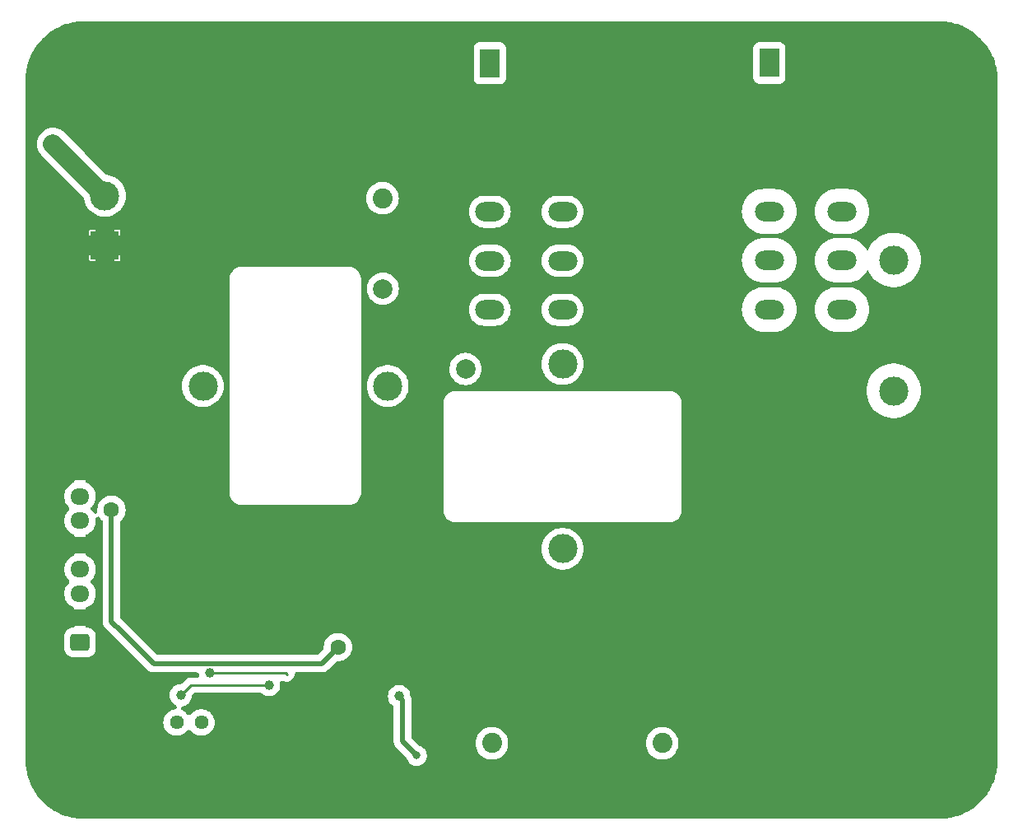
<source format=gbr>
%TF.GenerationSoftware,KiCad,Pcbnew,7.0.10*%
%TF.CreationDate,2024-05-11T14:05:21+02:00*%
%TF.ProjectId,TXRX_relay_board,54585258-5f72-4656-9c61-795f626f6172,rev?*%
%TF.SameCoordinates,Original*%
%TF.FileFunction,Copper,L2,Bot*%
%TF.FilePolarity,Positive*%
%FSLAX46Y46*%
G04 Gerber Fmt 4.6, Leading zero omitted, Abs format (unit mm)*
G04 Created by KiCad (PCBNEW 7.0.10) date 2024-05-11 14:05:21*
%MOMM*%
%LPD*%
G01*
G04 APERTURE LIST*
G04 Aperture macros list*
%AMRoundRect*
0 Rectangle with rounded corners*
0 $1 Rounding radius*
0 $2 $3 $4 $5 $6 $7 $8 $9 X,Y pos of 4 corners*
0 Add a 4 corners polygon primitive as box body*
4,1,4,$2,$3,$4,$5,$6,$7,$8,$9,$2,$3,0*
0 Add four circle primitives for the rounded corners*
1,1,$1+$1,$2,$3*
1,1,$1+$1,$4,$5*
1,1,$1+$1,$6,$7*
1,1,$1+$1,$8,$9*
0 Add four rect primitives between the rounded corners*
20,1,$1+$1,$2,$3,$4,$5,0*
20,1,$1+$1,$4,$5,$6,$7,0*
20,1,$1+$1,$6,$7,$8,$9,0*
20,1,$1+$1,$8,$9,$2,$3,0*%
G04 Aperture macros list end*
%TA.AperFunction,ComponentPad*%
%ADD10O,3.000000X2.000000*%
%TD*%
%TA.AperFunction,ComponentPad*%
%ADD11R,2.000000X3.000000*%
%TD*%
%TA.AperFunction,ComponentPad*%
%ADD12O,2.000000X3.000000*%
%TD*%
%TA.AperFunction,ComponentPad*%
%ADD13R,3.000000X3.000000*%
%TD*%
%TA.AperFunction,ComponentPad*%
%ADD14C,3.000000*%
%TD*%
%TA.AperFunction,ComponentPad*%
%ADD15C,2.050000*%
%TD*%
%TA.AperFunction,ComponentPad*%
%ADD16C,2.250000*%
%TD*%
%TA.AperFunction,ComponentPad*%
%ADD17RoundRect,0.250000X0.725000X-0.600000X0.725000X0.600000X-0.725000X0.600000X-0.725000X-0.600000X0*%
%TD*%
%TA.AperFunction,ComponentPad*%
%ADD18O,1.950000X1.700000*%
%TD*%
%TA.AperFunction,ComponentPad*%
%ADD19C,1.440000*%
%TD*%
%TA.AperFunction,ComponentPad*%
%ADD20C,2.000000*%
%TD*%
%TA.AperFunction,ViaPad*%
%ADD21C,0.800000*%
%TD*%
%TA.AperFunction,ViaPad*%
%ADD22C,1.000000*%
%TD*%
%TA.AperFunction,ViaPad*%
%ADD23C,1.600000*%
%TD*%
%TA.AperFunction,ViaPad*%
%ADD24C,2.000000*%
%TD*%
%TA.AperFunction,ViaPad*%
%ADD25C,6.000000*%
%TD*%
%TA.AperFunction,ViaPad*%
%ADD26C,1.400000*%
%TD*%
%TA.AperFunction,Conductor*%
%ADD27C,0.250000*%
%TD*%
%TA.AperFunction,Conductor*%
%ADD28C,0.500000*%
%TD*%
%TA.AperFunction,Conductor*%
%ADD29C,0.750000*%
%TD*%
%TA.AperFunction,Conductor*%
%ADD30C,2.000000*%
%TD*%
G04 APERTURE END LIST*
D10*
%TO.P,K1,11*%
%TO.N,Net-(J3-In)*%
X120250000Y-82622800D03*
X112750000Y-82622800D03*
%TO.P,K1,12*%
%TO.N,Net-(K1-Pad12)*%
X120250000Y-77582800D03*
X112750000Y-77582800D03*
%TO.P,K1,14*%
%TO.N,Net-(K1-Pad14)*%
X120250000Y-87662800D03*
X112750000Y-87662800D03*
D11*
%TO.P,K1,A1*%
%TO.N,Net-(D1-K)*%
X112750000Y-62322800D03*
D12*
%TO.P,K1,A2*%
%TO.N,GND*%
X120250000Y-62322800D03*
%TD*%
D10*
%TO.P,K2,11*%
%TO.N,Net-(J6-In)*%
X149000000Y-82590000D03*
X141500000Y-82590000D03*
%TO.P,K2,12*%
%TO.N,Net-(K1-Pad12)*%
X149000000Y-77550000D03*
X141500000Y-77550000D03*
%TO.P,K2,14*%
%TO.N,Net-(J5-In)*%
X149000000Y-87630000D03*
X141500000Y-87630000D03*
D11*
%TO.P,K2,A1*%
%TO.N,Net-(D8-K)*%
X141500000Y-62290000D03*
D12*
%TO.P,K2,A2*%
%TO.N,GND*%
X149000000Y-62290000D03*
%TD*%
D13*
%TO.P,J1,1,Pin_1*%
%TO.N,GND*%
X73152000Y-81026000D03*
D14*
%TO.P,J1,2,Pin_2*%
%TO.N,+12V*%
X73152000Y-75946000D03*
%TD*%
D15*
%TO.P,J4,1,In*%
%TO.N,Net-(J4-In)*%
X130490808Y-132232500D03*
D16*
%TO.P,J4,2,Ext*%
%TO.N,GND*%
X133030808Y-129692500D03*
X127950808Y-129692500D03*
X133030808Y-134772500D03*
X127950808Y-134772500D03*
%TD*%
D14*
%TO.P,J5,1,In*%
%TO.N,Net-(J5-In)*%
X154300000Y-96000000D03*
%TD*%
D17*
%TO.P,J2,1,Pin_1*%
%TO.N,HIGH_PWR_IN*%
X70600000Y-121850000D03*
D18*
%TO.P,J2,2,Pin_2*%
%TO.N,GND*%
X70600000Y-119350000D03*
%TO.P,J2,3,Pin_3*%
%TO.N,FWD_PWR*%
X70600000Y-116850000D03*
%TO.P,J2,4,Pin_4*%
%TO.N,REF_PWR*%
X70600000Y-114350000D03*
%TO.P,J2,5,Pin_5*%
%TO.N,GND*%
X70600000Y-111850000D03*
%TO.P,J2,6,Pin_6*%
%TO.N,Rel2*%
X70600000Y-109350000D03*
%TO.P,J2,7,Pin_7*%
%TO.N,Rel1*%
X70600000Y-106850000D03*
%TO.P,J2,8,Pin_8*%
%TO.N,GND*%
X70600000Y-104350000D03*
%TD*%
D15*
%TO.P,J3,1,In*%
%TO.N,Net-(J3-In)*%
X101727000Y-76200000D03*
D16*
%TO.P,J3,2,Ext*%
%TO.N,GND*%
X99187000Y-73660000D03*
X99187000Y-78740000D03*
X104267000Y-73660000D03*
X104267000Y-78740000D03*
%TD*%
D19*
%TO.P,RV1,1,1*%
%TO.N,Net-(R14-Pad2)*%
X83075000Y-130096000D03*
%TO.P,RV1,2,2*%
%TO.N,Net-(U1--)*%
X80535000Y-130096000D03*
%TO.P,RV1,3,3*%
%TO.N,GND*%
X77995000Y-130096000D03*
%TD*%
D15*
%TO.P,R9,1*%
%TO.N,Net-(C6-Pad2)*%
X112969808Y-132232500D03*
D16*
%TO.P,R9,2*%
%TO.N,GND*%
X110429808Y-129692500D03*
X110429808Y-134772500D03*
X115509808Y-129692500D03*
X115509808Y-134772500D03*
%TD*%
D14*
%TO.P,J6,1,In*%
%TO.N,Net-(J6-In)*%
X154300000Y-82550000D03*
%TD*%
%TO.P,L2,1,1*%
%TO.N,Net-(K1-Pad14)*%
X120250000Y-93250000D03*
%TO.P,L2,2,2*%
%TO.N,Net-(C4-Pad1)*%
X120250000Y-112250000D03*
D20*
%TO.P,L2,3,3*%
%TO.N,GND*%
X110250000Y-111750000D03*
%TO.P,L2,4,4*%
%TO.N,Net-(D3-A)*%
X110250000Y-93750000D03*
%TD*%
D14*
%TO.P,L1,1,1*%
%TO.N,Net-(D3-A)*%
X102250000Y-95500000D03*
%TO.P,L1,2,2*%
%TO.N,Net-(D2-A)*%
X83250000Y-95500000D03*
D20*
%TO.P,L1,3,3*%
%TO.N,GND*%
X83750000Y-85500000D03*
%TO.P,L1,4,4*%
%TO.N,Net-(K1-Pad14)*%
X101750000Y-85500000D03*
%TD*%
D21*
%TO.N,GND*%
X125050000Y-125650000D03*
X118298808Y-125651746D03*
D22*
X97840800Y-113055400D03*
X97815400Y-115265200D03*
X96418400Y-117017800D03*
X94996000Y-118745000D03*
X91084400Y-113766600D03*
X85547200Y-112750600D03*
X83540600Y-112725200D03*
X80721200Y-112750600D03*
X85521800Y-119456200D03*
X82905600Y-119456200D03*
X80111600Y-119456200D03*
X90982800Y-116001800D03*
X88265000Y-116052600D03*
X77063600Y-116103400D03*
X72390000Y-115595400D03*
X78740000Y-122377200D03*
X81991200Y-122377200D03*
X80695800Y-125501400D03*
X77495400Y-125526800D03*
X89865200Y-120319800D03*
D21*
X85496400Y-127533400D03*
X84226400Y-128473200D03*
D23*
%TO.N,+5V*%
X97129600Y-122351800D03*
X73837800Y-108229400D03*
D22*
%TO.N,GND*%
X132886266Y-58700000D03*
X98134314Y-70450000D03*
X164050000Y-123900000D03*
X87271570Y-82000000D03*
X113405884Y-72550000D03*
X66200000Y-123040000D03*
X95500000Y-76900000D03*
X66200000Y-90520000D03*
X86913734Y-138850000D03*
X156500000Y-77400000D03*
X164050000Y-91380000D03*
X139440198Y-101850000D03*
X143943140Y-138850000D03*
X117255884Y-80100000D03*
X80700000Y-102962744D03*
X156750000Y-88050000D03*
X164050000Y-104930000D03*
D21*
X121750000Y-129300000D03*
D22*
X136400000Y-82650000D03*
X79200000Y-94784314D03*
X130834314Y-80100000D03*
X140640198Y-104400000D03*
X133750000Y-116750000D03*
X100150000Y-102450000D03*
X85300000Y-102600000D03*
X146464696Y-58700000D03*
X162265686Y-70800000D03*
X110450000Y-66150000D03*
X110690198Y-72550000D03*
X108300000Y-76950000D03*
X144871570Y-101850000D03*
X80700000Y-89384314D03*
X106100000Y-82000000D03*
X117421570Y-74950000D03*
X136400000Y-120697058D03*
X164050000Y-126610000D03*
X133750000Y-103418628D03*
X113500000Y-93950000D03*
X89987256Y-82000000D03*
X136400000Y-131559802D03*
X124100000Y-110850000D03*
X114505884Y-85100000D03*
X66200000Y-74260000D03*
X136400000Y-109834314D03*
X103207850Y-138850000D03*
X119971570Y-80100000D03*
X144737256Y-106400000D03*
X118837256Y-72550000D03*
X97700000Y-132700000D03*
X128284314Y-74950000D03*
X116250000Y-66150000D03*
X116786280Y-138850000D03*
X164050000Y-113060000D03*
X116121570Y-72550000D03*
X109550000Y-120618628D03*
X114168628Y-138800000D03*
X143749010Y-58700000D03*
X104900000Y-107718628D03*
D21*
X80650000Y-87400000D03*
D22*
X135601952Y-58700000D03*
X76050000Y-109250000D03*
X127550000Y-120450000D03*
X113876464Y-58700000D03*
X66200000Y-79680000D03*
X122023522Y-58700000D03*
X105650000Y-131600000D03*
X127454894Y-58700000D03*
X70350000Y-69450000D03*
X164050000Y-80540000D03*
X107750000Y-127400000D03*
X133750000Y-114034314D03*
X109550000Y-126050000D03*
X100298034Y-58700000D03*
X106700000Y-75350000D03*
X156934314Y-104400000D03*
X149180382Y-58700000D03*
X94866662Y-58700000D03*
X74200000Y-126850000D03*
X91200000Y-127950000D03*
X92702942Y-82000000D03*
X124268628Y-72550000D03*
X89865200Y-122478800D03*
D21*
X122450000Y-132900000D03*
D22*
X124933338Y-138850000D03*
X80700000Y-92100000D03*
X100200000Y-107150000D03*
X133750000Y-119068628D03*
X146071570Y-104400000D03*
X133515686Y-85100000D03*
X95418628Y-70450000D03*
D24*
X161000000Y-77000000D03*
D22*
X133750000Y-97987256D03*
X122852942Y-74950000D03*
X111790198Y-85100000D03*
X66200000Y-125750000D03*
X136400000Y-112550000D03*
X100150000Y-98050000D03*
X136400000Y-90797058D03*
X162700000Y-67200000D03*
X111160778Y-58700000D03*
X108065686Y-91000000D03*
X133750000Y-121784314D03*
X125568628Y-74950000D03*
X97850000Y-135100000D03*
X103565686Y-82000000D03*
X109450000Y-84750000D03*
X66200000Y-87810000D03*
X117221570Y-85100000D03*
X66200000Y-106780000D03*
X111824512Y-80100000D03*
D21*
X148300000Y-95500000D03*
D22*
X155734314Y-101850000D03*
X136400000Y-115265686D03*
X133550000Y-80100000D03*
X109850000Y-78400000D03*
X164050000Y-96800000D03*
D21*
X142200000Y-94050000D03*
D22*
X137924512Y-104400000D03*
X136400000Y-93512744D03*
X146658826Y-138850000D03*
X153018628Y-101850000D03*
X125402942Y-80100000D03*
X130170580Y-58700000D03*
X95450000Y-79350000D03*
D25*
X159000000Y-64000000D03*
D22*
X66200000Y-76970000D03*
X138317638Y-58700000D03*
X89629420Y-138850000D03*
X128084314Y-85100000D03*
X89987256Y-70450000D03*
X124739208Y-58700000D03*
X76100000Y-111300000D03*
X154805884Y-138850000D03*
X98134314Y-82000000D03*
X164050000Y-72410000D03*
X138511768Y-138850000D03*
X136590198Y-106400000D03*
X152550000Y-78350000D03*
X126984314Y-72550000D03*
X154450000Y-77400000D03*
X77000000Y-100600000D03*
X133750000Y-111318628D03*
X75800000Y-89400000D03*
X136400000Y-88081372D03*
X147587256Y-101850000D03*
D25*
X71000000Y-64000000D03*
D22*
X136400000Y-128844116D03*
X104700000Y-65250000D03*
X80700000Y-111109802D03*
X66200000Y-85100000D03*
X164050000Y-115770000D03*
X151896068Y-58700000D03*
X104900000Y-110434314D03*
X97582348Y-58700000D03*
X98340000Y-126200000D03*
X127649024Y-138850000D03*
X86719604Y-58700000D03*
X133750000Y-89840198D03*
X116600000Y-110850000D03*
X152550000Y-76550000D03*
X84003918Y-58700000D03*
X119307836Y-58700000D03*
X84198048Y-138850000D03*
X85250000Y-98300000D03*
X116600000Y-116550000D03*
X133080396Y-138850000D03*
X140540198Y-70800000D03*
X152090198Y-138850000D03*
X133750000Y-108850000D03*
X116592150Y-58700000D03*
X81840198Y-82000000D03*
D25*
X71000000Y-134000000D03*
D22*
X66200000Y-120330000D03*
X77300000Y-61500000D03*
D21*
X108000000Y-72600000D03*
D22*
X105923536Y-138850000D03*
X108639222Y-138850000D03*
X66200000Y-98650000D03*
D21*
X140350000Y-94050000D03*
D22*
X69750000Y-129300000D03*
D21*
X121100000Y-120450000D03*
D22*
X66200000Y-82390000D03*
X66200000Y-93230000D03*
X142155884Y-101850000D03*
X135590198Y-73250000D03*
X141033324Y-58700000D03*
X81288232Y-58700000D03*
X143255884Y-70800000D03*
X104900000Y-99571570D03*
X132415686Y-72550000D03*
X164050000Y-94090000D03*
X139305884Y-106400000D03*
D21*
X121050000Y-134300000D03*
D22*
X100850000Y-70450000D03*
X123800000Y-65600000D03*
X71700000Y-124100000D03*
X91500000Y-129600000D03*
X130100000Y-118500000D03*
D21*
X119550000Y-120450000D03*
D22*
X80700000Y-108394116D03*
X97776478Y-138850000D03*
X120137256Y-74950000D03*
X66200000Y-109490000D03*
X156150000Y-59950000D03*
X159350000Y-104450000D03*
X156834314Y-70800000D03*
D21*
X146450000Y-94100000D03*
D22*
X81482362Y-138850000D03*
X78766676Y-138850000D03*
X164050000Y-77830000D03*
X154611754Y-58700000D03*
D21*
X121100000Y-132900000D03*
D22*
X89900000Y-127950000D03*
X126350000Y-118350000D03*
X125368628Y-85100000D03*
X158350000Y-101800000D03*
X85150000Y-107200000D03*
D24*
X161000000Y-88200000D03*
D22*
X130364710Y-138850000D03*
X122652942Y-85100000D03*
X141227454Y-138850000D03*
X149168628Y-73250000D03*
X78486000Y-111328200D03*
X92702942Y-70450000D03*
X80700000Y-100247058D03*
X95418628Y-82000000D03*
X77050000Y-99100000D03*
X84555884Y-70450000D03*
D24*
X161000000Y-102000000D03*
D21*
X123450000Y-122500000D03*
D22*
X133750000Y-92555884D03*
X135796082Y-138850000D03*
X87271570Y-70450000D03*
D21*
X80650000Y-85450000D03*
D22*
X119937256Y-85100000D03*
X136400000Y-126128430D03*
X143737256Y-73250000D03*
X114705884Y-74950000D03*
D21*
X80350000Y-72000000D03*
D22*
X75800000Y-90800000D03*
X164050000Y-85960000D03*
X80700000Y-105678430D03*
X81840198Y-70450000D03*
X152500000Y-74750000D03*
X109550000Y-123334314D03*
X136400000Y-96228430D03*
X66150000Y-72250000D03*
D21*
X144250000Y-94050000D03*
D22*
X136400000Y-123412744D03*
X105729406Y-58700000D03*
X66200000Y-104070000D03*
X126200000Y-63350000D03*
X145971570Y-70800000D03*
X114850000Y-118200000D03*
X133750000Y-87124512D03*
X103565686Y-70450000D03*
X76900000Y-137400000D03*
X143355884Y-104400000D03*
X66200000Y-112200000D03*
X158315686Y-106400000D03*
X111990198Y-74950000D03*
X91000000Y-109500000D03*
X107750000Y-83350000D03*
X129450000Y-122200000D03*
X66200000Y-101360000D03*
X128118628Y-80100000D03*
X161600000Y-73250000D03*
D25*
X159000000Y-134000000D03*
D22*
X100492164Y-138850000D03*
X134000000Y-124000000D03*
X131000000Y-74950000D03*
X136400000Y-101659802D03*
X138305884Y-73250000D03*
X133750000Y-106134314D03*
X105350000Y-91000000D03*
X79200000Y-97500000D03*
X92150976Y-58700000D03*
X151884314Y-73250000D03*
D21*
X117750000Y-122550000D03*
D22*
X150302942Y-101850000D03*
X157450000Y-90350000D03*
X164050000Y-102220000D03*
X135250000Y-81000000D03*
X155050000Y-87950000D03*
X108445092Y-58700000D03*
X155600000Y-106400000D03*
X164050000Y-75120000D03*
X126900000Y-93987256D03*
X164050000Y-69700000D03*
X121552942Y-72550000D03*
X101260000Y-126170000D03*
X99550000Y-131500000D03*
X101650000Y-110850000D03*
X126900000Y-88555884D03*
X111354908Y-138850000D03*
D21*
X122450000Y-134350000D03*
D22*
X154600000Y-73250000D03*
X159450000Y-73250000D03*
X107750000Y-121968628D03*
X75800000Y-88050000D03*
D21*
X150350000Y-99150000D03*
D22*
X105580000Y-126140000D03*
X113497058Y-91000000D03*
D24*
X161000000Y-90450000D03*
D22*
X122217652Y-138850000D03*
X164050000Y-83250000D03*
X148687256Y-70800000D03*
D21*
X78450000Y-73550000D03*
D22*
X66871875Y-68033750D03*
X154218628Y-104400000D03*
X157315686Y-73250000D03*
X107750000Y-124684314D03*
X159550000Y-70800000D03*
X130800000Y-85100000D03*
X151502942Y-104400000D03*
X75300000Y-95250000D03*
X100850000Y-82000000D03*
X113250000Y-66150000D03*
X130100000Y-115900000D03*
X147452942Y-106400000D03*
X141021570Y-73250000D03*
X148787256Y-104400000D03*
X66200000Y-114910000D03*
X146452942Y-73250000D03*
X136400000Y-98944116D03*
X84280000Y-131910000D03*
X136400000Y-117981372D03*
X126900000Y-91271570D03*
D21*
X120200000Y-122500000D03*
D22*
X76050000Y-107600000D03*
X79300000Y-60000000D03*
X95500000Y-74600000D03*
D21*
X121750000Y-128200000D03*
D22*
X149374512Y-138850000D03*
X66200000Y-117620000D03*
X133750000Y-95271570D03*
D21*
X149350000Y-97100000D03*
D22*
X104900000Y-102287256D03*
X111800000Y-121350000D03*
X114540198Y-80100000D03*
X164050000Y-107640000D03*
X133750000Y-100702942D03*
X92345106Y-138850000D03*
X164050000Y-118480000D03*
X119600000Y-138800000D03*
D21*
X76850000Y-74950000D03*
D22*
X95550000Y-72400000D03*
X101750000Y-89200000D03*
X129700000Y-72550000D03*
X162065686Y-104450000D03*
X68100000Y-127550000D03*
X164050000Y-88670000D03*
X151402942Y-70800000D03*
X91000000Y-111650000D03*
X110781372Y-91000000D03*
X116600000Y-113800000D03*
X104900000Y-96855884D03*
X66200000Y-95940000D03*
X104900000Y-113150000D03*
X113250000Y-119900000D03*
X164050000Y-121190000D03*
X152884314Y-106400000D03*
X164050000Y-99510000D03*
X96250000Y-111400000D03*
X104900000Y-105002942D03*
X133715686Y-74950000D03*
X154118628Y-70800000D03*
X126300000Y-115950000D03*
X103250000Y-64100000D03*
X136400000Y-85365686D03*
X142021570Y-106400000D03*
X95060792Y-138850000D03*
X124150000Y-113350000D03*
X103013720Y-58700000D03*
X122687256Y-80100000D03*
X76950000Y-95250000D03*
X89435290Y-58700000D03*
X164050000Y-110350000D03*
X164050000Y-129320000D03*
X119150000Y-66150000D03*
X150168628Y-106400000D03*
X84555884Y-82000000D03*
D26*
%TO.N,+12V*%
X67818000Y-70485000D03*
X69088000Y-71755000D03*
D22*
%TO.N,FWD_PWR*%
X83984600Y-124990000D03*
%TO.N,Net-(Q4-B)*%
X103425000Y-127400000D03*
D21*
X105228094Y-133492772D03*
D22*
%TO.N,Net-(R16-Pad2)*%
X90038844Y-126227883D03*
X80968517Y-127288463D03*
%TD*%
D27*
%TO.N,FWD_PWR*%
X83984600Y-124990000D02*
X91740000Y-124990000D01*
X91740000Y-124990000D02*
X91875000Y-125125000D01*
D28*
%TO.N,+5V*%
X97129600Y-122351800D02*
X95441400Y-124040000D01*
X73837800Y-119735600D02*
X73837800Y-108229400D01*
X95441400Y-124040000D02*
X78167600Y-124040000D01*
X74371200Y-120243600D02*
X74345800Y-120243600D01*
X78167600Y-124040000D02*
X74371200Y-120243600D01*
X74345800Y-120243600D02*
X73837800Y-119735600D01*
D29*
%TO.N,+12V*%
X67818000Y-70612000D02*
X67818000Y-70485000D01*
D30*
X73152000Y-75946000D02*
X67818000Y-70612000D01*
D28*
%TO.N,Net-(Q4-B)*%
X103776000Y-132040678D02*
X105228094Y-133492772D01*
X103425000Y-127400000D02*
X103776000Y-127751000D01*
X103776000Y-127751000D02*
X103776000Y-132040678D01*
D27*
%TO.N,Net-(R16-Pad2)*%
X90016727Y-126250000D02*
X90038844Y-126227883D01*
X82006980Y-126250000D02*
X90016727Y-126250000D01*
X80968517Y-127288463D02*
X82006980Y-126250000D01*
%TD*%
%TA.AperFunction,Conductor*%
%TO.N,GND*%
G36*
X164999500Y-103000000D02*
G01*
X135500000Y-103000000D01*
X135521212Y-96000000D01*
X151494754Y-96000000D01*
X151513722Y-96325671D01*
X151570369Y-96646931D01*
X151570369Y-96646933D01*
X151663929Y-96959445D01*
X151663931Y-96959451D01*
X151793141Y-97258992D01*
X151956251Y-97541508D01*
X152151057Y-97803177D01*
X152374923Y-98040462D01*
X152624823Y-98250153D01*
X152897377Y-98429414D01*
X153188899Y-98575822D01*
X153495446Y-98687396D01*
X153495449Y-98687396D01*
X153495450Y-98687397D01*
X153812863Y-98762626D01*
X153812868Y-98762626D01*
X153812874Y-98762628D01*
X154136889Y-98800500D01*
X154136892Y-98800500D01*
X154463108Y-98800500D01*
X154463111Y-98800500D01*
X154787126Y-98762628D01*
X154787132Y-98762626D01*
X154787136Y-98762626D01*
X154998744Y-98712473D01*
X155104554Y-98687396D01*
X155411101Y-98575822D01*
X155702623Y-98429414D01*
X155975177Y-98250153D01*
X156225077Y-98040462D01*
X156448943Y-97803177D01*
X156643749Y-97541508D01*
X156806859Y-97258992D01*
X156936069Y-96959451D01*
X157029630Y-96646934D01*
X157086278Y-96325669D01*
X157105246Y-96000000D01*
X157086278Y-95674331D01*
X157029630Y-95353066D01*
X156936069Y-95040549D01*
X156806859Y-94741008D01*
X156643749Y-94458492D01*
X156448943Y-94196823D01*
X156225077Y-93959538D01*
X155975177Y-93749847D01*
X155702623Y-93570586D01*
X155411101Y-93424178D01*
X155104554Y-93312604D01*
X155104555Y-93312604D01*
X155104549Y-93312602D01*
X154787136Y-93237373D01*
X154681825Y-93225064D01*
X154463111Y-93199500D01*
X154136889Y-93199500D01*
X153958346Y-93220368D01*
X153812863Y-93237373D01*
X153495450Y-93312602D01*
X153311767Y-93379457D01*
X153188899Y-93424178D01*
X153188898Y-93424178D01*
X153188896Y-93424179D01*
X152897371Y-93570589D01*
X152624828Y-93749843D01*
X152374924Y-93959536D01*
X152151060Y-94196819D01*
X151956252Y-94458490D01*
X151956250Y-94458493D01*
X151793141Y-94741007D01*
X151793138Y-94741014D01*
X151663931Y-95040547D01*
X151663929Y-95040554D01*
X151570369Y-95353066D01*
X151570369Y-95353068D01*
X151513722Y-95674328D01*
X151494754Y-96000000D01*
X135521212Y-96000000D01*
X135546575Y-87630000D01*
X138694564Y-87630000D01*
X138714286Y-87930917D01*
X138773121Y-88226697D01*
X138870057Y-88512258D01*
X139003434Y-88782719D01*
X139003438Y-88782725D01*
X139170967Y-89033450D01*
X139170971Y-89033455D01*
X139170975Y-89033461D01*
X139369811Y-89260189D01*
X139596539Y-89459025D01*
X139596546Y-89459029D01*
X139596549Y-89459032D01*
X139847274Y-89626561D01*
X139847280Y-89626565D01*
X140117741Y-89759942D01*
X140117743Y-89759942D01*
X140117748Y-89759945D01*
X140295879Y-89820412D01*
X140403302Y-89856878D01*
X140403304Y-89856878D01*
X140403309Y-89856880D01*
X140699080Y-89915713D01*
X140924690Y-89930500D01*
X142075310Y-89930500D01*
X142300920Y-89915713D01*
X142596691Y-89856880D01*
X142882252Y-89759945D01*
X143152718Y-89626566D01*
X143403461Y-89459025D01*
X143630189Y-89260189D01*
X143829025Y-89033461D01*
X143996566Y-88782718D01*
X144129945Y-88512252D01*
X144226880Y-88226691D01*
X144285713Y-87930920D01*
X144305436Y-87630000D01*
X146194564Y-87630000D01*
X146214286Y-87930917D01*
X146273121Y-88226697D01*
X146370057Y-88512258D01*
X146503434Y-88782719D01*
X146503438Y-88782725D01*
X146670967Y-89033450D01*
X146670971Y-89033455D01*
X146670975Y-89033461D01*
X146869811Y-89260189D01*
X147096539Y-89459025D01*
X147096546Y-89459029D01*
X147096549Y-89459032D01*
X147347274Y-89626561D01*
X147347280Y-89626565D01*
X147617741Y-89759942D01*
X147617743Y-89759942D01*
X147617748Y-89759945D01*
X147795879Y-89820412D01*
X147903302Y-89856878D01*
X147903304Y-89856878D01*
X147903309Y-89856880D01*
X148199080Y-89915713D01*
X148424690Y-89930500D01*
X149575310Y-89930500D01*
X149800920Y-89915713D01*
X150096691Y-89856880D01*
X150382252Y-89759945D01*
X150652718Y-89626566D01*
X150903461Y-89459025D01*
X151130189Y-89260189D01*
X151329025Y-89033461D01*
X151496566Y-88782718D01*
X151629945Y-88512252D01*
X151726880Y-88226691D01*
X151785713Y-87930920D01*
X151805436Y-87630000D01*
X151785713Y-87329080D01*
X151726880Y-87033309D01*
X151629945Y-86747748D01*
X151496566Y-86477282D01*
X151329025Y-86226539D01*
X151130189Y-85999811D01*
X150903461Y-85800975D01*
X150903455Y-85800971D01*
X150903450Y-85800967D01*
X150652725Y-85633438D01*
X150652719Y-85633434D01*
X150382258Y-85500057D01*
X150096697Y-85403121D01*
X149800917Y-85344286D01*
X149575310Y-85329500D01*
X148424690Y-85329500D01*
X148199082Y-85344286D01*
X147903302Y-85403121D01*
X147617741Y-85500057D01*
X147347280Y-85633434D01*
X147347274Y-85633438D01*
X147096549Y-85800967D01*
X147096530Y-85800982D01*
X146869820Y-85999802D01*
X146869802Y-85999820D01*
X146670982Y-86226530D01*
X146670967Y-86226549D01*
X146503438Y-86477274D01*
X146503434Y-86477280D01*
X146370057Y-86747741D01*
X146273121Y-87033302D01*
X146214286Y-87329082D01*
X146194564Y-87629999D01*
X146194564Y-87630000D01*
X144305436Y-87630000D01*
X144285713Y-87329080D01*
X144226880Y-87033309D01*
X144129945Y-86747748D01*
X143996566Y-86477282D01*
X143829025Y-86226539D01*
X143630189Y-85999811D01*
X143403461Y-85800975D01*
X143403455Y-85800971D01*
X143403450Y-85800967D01*
X143152725Y-85633438D01*
X143152719Y-85633434D01*
X142882258Y-85500057D01*
X142596697Y-85403121D01*
X142300917Y-85344286D01*
X142075310Y-85329500D01*
X140924690Y-85329500D01*
X140699082Y-85344286D01*
X140403302Y-85403121D01*
X140117741Y-85500057D01*
X139847280Y-85633434D01*
X139847274Y-85633438D01*
X139596549Y-85800967D01*
X139596530Y-85800982D01*
X139369820Y-85999802D01*
X139369802Y-85999820D01*
X139170982Y-86226530D01*
X139170967Y-86226549D01*
X139003438Y-86477274D01*
X139003434Y-86477280D01*
X138870057Y-86747741D01*
X138773121Y-87033302D01*
X138714286Y-87329082D01*
X138694564Y-87629999D01*
X138694564Y-87630000D01*
X135546575Y-87630000D01*
X135561848Y-82590000D01*
X138694564Y-82590000D01*
X138714286Y-82890917D01*
X138773121Y-83186697D01*
X138870057Y-83472258D01*
X139003434Y-83742719D01*
X139003438Y-83742725D01*
X139170967Y-83993450D01*
X139170971Y-83993455D01*
X139170975Y-83993461D01*
X139170981Y-83993468D01*
X139170982Y-83993469D01*
X139256958Y-84091506D01*
X139369811Y-84220189D01*
X139596539Y-84419025D01*
X139596546Y-84419029D01*
X139596549Y-84419032D01*
X139847274Y-84586561D01*
X139847280Y-84586565D01*
X140117741Y-84719942D01*
X140117743Y-84719942D01*
X140117748Y-84719945D01*
X140295879Y-84780412D01*
X140403302Y-84816878D01*
X140403304Y-84816878D01*
X140403309Y-84816880D01*
X140699080Y-84875713D01*
X140924690Y-84890500D01*
X142075310Y-84890500D01*
X142300920Y-84875713D01*
X142596691Y-84816880D01*
X142882252Y-84719945D01*
X143152718Y-84586566D01*
X143403461Y-84419025D01*
X143630189Y-84220189D01*
X143829025Y-83993461D01*
X143996566Y-83742718D01*
X144129945Y-83472252D01*
X144226880Y-83186691D01*
X144285713Y-82890920D01*
X144305436Y-82590000D01*
X146194564Y-82590000D01*
X146214286Y-82890917D01*
X146273121Y-83186697D01*
X146370057Y-83472258D01*
X146503434Y-83742719D01*
X146503438Y-83742725D01*
X146670967Y-83993450D01*
X146670971Y-83993455D01*
X146670975Y-83993461D01*
X146670981Y-83993468D01*
X146670982Y-83993469D01*
X146756958Y-84091506D01*
X146869811Y-84220189D01*
X147096539Y-84419025D01*
X147096546Y-84419029D01*
X147096549Y-84419032D01*
X147347274Y-84586561D01*
X147347280Y-84586565D01*
X147617741Y-84719942D01*
X147617743Y-84719942D01*
X147617748Y-84719945D01*
X147795879Y-84780412D01*
X147903302Y-84816878D01*
X147903304Y-84816878D01*
X147903309Y-84816880D01*
X148199080Y-84875713D01*
X148424690Y-84890500D01*
X149575310Y-84890500D01*
X149800920Y-84875713D01*
X150096691Y-84816880D01*
X150382252Y-84719945D01*
X150652718Y-84586566D01*
X150903461Y-84419025D01*
X151130189Y-84220189D01*
X151329025Y-83993461D01*
X151496566Y-83742718D01*
X151544716Y-83645078D01*
X151587410Y-83601252D01*
X151647712Y-83590890D01*
X151702587Y-83617952D01*
X151724408Y-83649653D01*
X151793141Y-83808992D01*
X151956251Y-84091508D01*
X152151057Y-84353177D01*
X152374923Y-84590462D01*
X152624823Y-84800153D01*
X152897377Y-84979414D01*
X153188899Y-85125822D01*
X153495446Y-85237396D01*
X153495449Y-85237396D01*
X153495450Y-85237397D01*
X153812863Y-85312626D01*
X153812868Y-85312626D01*
X153812874Y-85312628D01*
X154136889Y-85350500D01*
X154136892Y-85350500D01*
X154463108Y-85350500D01*
X154463111Y-85350500D01*
X154787126Y-85312628D01*
X154787132Y-85312626D01*
X154787136Y-85312626D01*
X154998744Y-85262473D01*
X155104554Y-85237396D01*
X155411101Y-85125822D01*
X155702623Y-84979414D01*
X155975177Y-84800153D01*
X156225077Y-84590462D01*
X156448943Y-84353177D01*
X156643749Y-84091508D01*
X156806859Y-83808992D01*
X156936069Y-83509451D01*
X157029630Y-83196934D01*
X157086278Y-82875669D01*
X157105246Y-82550000D01*
X157086278Y-82224331D01*
X157029630Y-81903066D01*
X156936069Y-81590549D01*
X156806859Y-81291008D01*
X156643749Y-81008492D01*
X156448943Y-80746823D01*
X156225077Y-80509538D01*
X155975177Y-80299847D01*
X155702623Y-80120586D01*
X155411101Y-79974178D01*
X155104554Y-79862604D01*
X155104555Y-79862604D01*
X155104549Y-79862602D01*
X154787136Y-79787373D01*
X154681825Y-79775064D01*
X154463111Y-79749500D01*
X154136889Y-79749500D01*
X153958346Y-79770368D01*
X153812863Y-79787373D01*
X153495450Y-79862602D01*
X153311767Y-79929457D01*
X153188899Y-79974178D01*
X153188898Y-79974178D01*
X153188896Y-79974179D01*
X152897371Y-80120589D01*
X152624828Y-80299843D01*
X152374924Y-80509536D01*
X152151060Y-80746819D01*
X151956252Y-81008490D01*
X151956250Y-81008493D01*
X151793141Y-81291007D01*
X151793138Y-81291014D01*
X151706001Y-81493019D01*
X151665592Y-81538962D01*
X151605896Y-81552378D01*
X151549714Y-81528144D01*
X151526309Y-81497596D01*
X151496566Y-81437282D01*
X151398828Y-81291007D01*
X151329032Y-81186549D01*
X151329029Y-81186546D01*
X151329025Y-81186539D01*
X151130189Y-80959811D01*
X150903461Y-80760975D01*
X150903455Y-80760971D01*
X150903450Y-80760967D01*
X150652725Y-80593438D01*
X150652719Y-80593434D01*
X150382258Y-80460057D01*
X150096697Y-80363121D01*
X149800917Y-80304286D01*
X149575310Y-80289500D01*
X148424690Y-80289500D01*
X148199082Y-80304286D01*
X147903302Y-80363121D01*
X147617741Y-80460057D01*
X147347280Y-80593434D01*
X147347274Y-80593438D01*
X147096549Y-80760967D01*
X147096530Y-80760982D01*
X146869820Y-80959802D01*
X146869802Y-80959820D01*
X146670982Y-81186530D01*
X146670967Y-81186549D01*
X146503438Y-81437274D01*
X146503434Y-81437280D01*
X146370057Y-81707741D01*
X146273121Y-81993302D01*
X146214286Y-82289082D01*
X146194564Y-82589999D01*
X146194564Y-82590000D01*
X144305436Y-82590000D01*
X144285713Y-82289080D01*
X144226880Y-81993309D01*
X144129945Y-81707748D01*
X144072151Y-81590554D01*
X143996565Y-81437280D01*
X143996561Y-81437274D01*
X143829032Y-81186549D01*
X143829029Y-81186546D01*
X143829025Y-81186539D01*
X143630189Y-80959811D01*
X143403461Y-80760975D01*
X143403455Y-80760971D01*
X143403450Y-80760967D01*
X143152725Y-80593438D01*
X143152719Y-80593434D01*
X142882258Y-80460057D01*
X142596697Y-80363121D01*
X142300917Y-80304286D01*
X142075310Y-80289500D01*
X140924690Y-80289500D01*
X140699082Y-80304286D01*
X140403302Y-80363121D01*
X140117741Y-80460057D01*
X139847280Y-80593434D01*
X139847274Y-80593438D01*
X139596549Y-80760967D01*
X139596530Y-80760982D01*
X139369820Y-80959802D01*
X139369802Y-80959820D01*
X139170982Y-81186530D01*
X139170967Y-81186549D01*
X139003438Y-81437274D01*
X139003434Y-81437280D01*
X138870057Y-81707741D01*
X138773121Y-81993302D01*
X138714286Y-82289082D01*
X138694564Y-82589999D01*
X138694564Y-82590000D01*
X135561848Y-82590000D01*
X135577121Y-77550000D01*
X138694564Y-77550000D01*
X138714286Y-77850917D01*
X138773121Y-78146697D01*
X138870057Y-78432258D01*
X139003434Y-78702719D01*
X139003438Y-78702725D01*
X139170967Y-78953450D01*
X139170971Y-78953455D01*
X139170975Y-78953461D01*
X139369811Y-79180189D01*
X139596539Y-79379025D01*
X139596546Y-79379029D01*
X139596549Y-79379032D01*
X139847274Y-79546561D01*
X139847280Y-79546565D01*
X140117741Y-79679942D01*
X140117743Y-79679942D01*
X140117748Y-79679945D01*
X140295879Y-79740412D01*
X140403302Y-79776878D01*
X140403304Y-79776878D01*
X140403309Y-79776880D01*
X140699080Y-79835713D01*
X140924690Y-79850500D01*
X142075310Y-79850500D01*
X142300920Y-79835713D01*
X142596691Y-79776880D01*
X142882252Y-79679945D01*
X143152718Y-79546566D01*
X143403461Y-79379025D01*
X143630189Y-79180189D01*
X143829025Y-78953461D01*
X143996566Y-78702718D01*
X144129945Y-78432252D01*
X144226880Y-78146691D01*
X144285713Y-77850920D01*
X144305436Y-77550000D01*
X146194564Y-77550000D01*
X146214286Y-77850917D01*
X146273121Y-78146697D01*
X146370057Y-78432258D01*
X146503434Y-78702719D01*
X146503438Y-78702725D01*
X146670967Y-78953450D01*
X146670971Y-78953455D01*
X146670975Y-78953461D01*
X146869811Y-79180189D01*
X147096539Y-79379025D01*
X147096546Y-79379029D01*
X147096549Y-79379032D01*
X147347274Y-79546561D01*
X147347280Y-79546565D01*
X147617741Y-79679942D01*
X147617743Y-79679942D01*
X147617748Y-79679945D01*
X147795879Y-79740412D01*
X147903302Y-79776878D01*
X147903304Y-79776878D01*
X147903309Y-79776880D01*
X148199080Y-79835713D01*
X148424690Y-79850500D01*
X149575310Y-79850500D01*
X149800920Y-79835713D01*
X150096691Y-79776880D01*
X150382252Y-79679945D01*
X150652718Y-79546566D01*
X150903461Y-79379025D01*
X151130189Y-79180189D01*
X151329025Y-78953461D01*
X151496566Y-78702718D01*
X151629945Y-78432252D01*
X151726880Y-78146691D01*
X151785713Y-77850920D01*
X151805436Y-77550000D01*
X151785713Y-77249080D01*
X151726880Y-76953309D01*
X151629945Y-76667748D01*
X151496566Y-76397282D01*
X151329025Y-76146539D01*
X151130189Y-75919811D01*
X150903461Y-75720975D01*
X150903455Y-75720971D01*
X150903450Y-75720967D01*
X150652725Y-75553438D01*
X150652719Y-75553434D01*
X150382258Y-75420057D01*
X150096697Y-75323121D01*
X149800917Y-75264286D01*
X149575310Y-75249500D01*
X148424690Y-75249500D01*
X148199082Y-75264286D01*
X147903302Y-75323121D01*
X147617741Y-75420057D01*
X147347280Y-75553434D01*
X147347274Y-75553438D01*
X147096549Y-75720967D01*
X147096530Y-75720982D01*
X146869820Y-75919802D01*
X146869802Y-75919820D01*
X146670982Y-76146530D01*
X146670967Y-76146549D01*
X146503438Y-76397274D01*
X146503434Y-76397280D01*
X146370057Y-76667741D01*
X146273121Y-76953302D01*
X146214286Y-77249082D01*
X146194564Y-77549999D01*
X146194564Y-77550000D01*
X144305436Y-77550000D01*
X144285713Y-77249080D01*
X144226880Y-76953309D01*
X144129945Y-76667748D01*
X143996566Y-76397282D01*
X143829025Y-76146539D01*
X143630189Y-75919811D01*
X143403461Y-75720975D01*
X143403455Y-75720971D01*
X143403450Y-75720967D01*
X143152725Y-75553438D01*
X143152719Y-75553434D01*
X142882258Y-75420057D01*
X142596697Y-75323121D01*
X142300917Y-75264286D01*
X142075310Y-75249500D01*
X140924690Y-75249500D01*
X140699082Y-75264286D01*
X140403302Y-75323121D01*
X140117741Y-75420057D01*
X139847280Y-75553434D01*
X139847274Y-75553438D01*
X139596549Y-75720967D01*
X139596530Y-75720982D01*
X139369820Y-75919802D01*
X139369802Y-75919820D01*
X139170982Y-76146530D01*
X139170967Y-76146549D01*
X139003438Y-76397274D01*
X139003434Y-76397280D01*
X138870057Y-76667741D01*
X138773121Y-76953302D01*
X138714286Y-77249082D01*
X138694564Y-77549999D01*
X138694564Y-77550000D01*
X135577121Y-77550000D01*
X135600000Y-70000000D01*
X164999500Y-70000000D01*
X164999500Y-103000000D01*
G37*
%TD.AperFunction*%
%TD*%
%TA.AperFunction,Conductor*%
%TO.N,GND*%
G36*
X159004402Y-58000673D02*
G01*
X159010682Y-58000919D01*
X159240964Y-58009967D01*
X159241417Y-58010082D01*
X159241420Y-58009985D01*
X159241531Y-58009989D01*
X159468353Y-58019371D01*
X159485375Y-58020729D01*
X159723076Y-58048863D01*
X159723224Y-58048881D01*
X159948765Y-58076995D01*
X159964702Y-58079570D01*
X160198903Y-58126155D01*
X160201064Y-58126597D01*
X160422943Y-58173120D01*
X160437729Y-58176751D01*
X160667479Y-58241546D01*
X160670463Y-58242411D01*
X160887826Y-58307123D01*
X160901416Y-58311648D01*
X161048848Y-58366039D01*
X161125317Y-58394250D01*
X161129150Y-58395704D01*
X161340377Y-58478125D01*
X161352674Y-58483354D01*
X161569399Y-58583265D01*
X161573964Y-58585433D01*
X161657532Y-58626286D01*
X161777653Y-58685010D01*
X161788673Y-58690784D01*
X161996908Y-58807401D01*
X162002008Y-58810347D01*
X162196800Y-58926418D01*
X162206583Y-58932596D01*
X162404989Y-59065167D01*
X162410655Y-59069081D01*
X162595147Y-59200806D01*
X162603640Y-59207180D01*
X162791024Y-59354901D01*
X162797090Y-59359859D01*
X162970079Y-59506374D01*
X162977360Y-59512816D01*
X163152531Y-59674743D01*
X163158871Y-59680839D01*
X163319159Y-59841127D01*
X163325255Y-59847467D01*
X163487182Y-60022638D01*
X163493624Y-60029919D01*
X163640139Y-60202908D01*
X163645108Y-60208988D01*
X163720577Y-60304719D01*
X163792810Y-60396347D01*
X163799201Y-60404863D01*
X163930901Y-60589320D01*
X163934848Y-60595033D01*
X164067401Y-60793413D01*
X164073580Y-60803198D01*
X164189619Y-60997935D01*
X164192630Y-61003147D01*
X164309197Y-61211292D01*
X164314998Y-61222364D01*
X164414565Y-61426034D01*
X164416749Y-61430633D01*
X164516633Y-61647298D01*
X164521886Y-61659653D01*
X164604270Y-61870787D01*
X164605748Y-61874681D01*
X164688347Y-62098574D01*
X164692880Y-62112189D01*
X164757563Y-62329454D01*
X164758465Y-62332567D01*
X164823240Y-62562241D01*
X164826883Y-62577077D01*
X164873398Y-62798921D01*
X164873861Y-62801187D01*
X164920423Y-63035266D01*
X164923007Y-63051259D01*
X164951062Y-63276325D01*
X164951229Y-63277705D01*
X164979267Y-63514600D01*
X164980629Y-63531671D01*
X164990014Y-63758576D01*
X164990032Y-63759038D01*
X164999327Y-63995597D01*
X164999500Y-64004392D01*
X164999500Y-70000000D01*
X135600000Y-70000000D01*
X135500000Y-103000000D01*
X164999500Y-103000000D01*
X164999500Y-133995607D01*
X164999327Y-134004402D01*
X164990032Y-134240961D01*
X164990014Y-134241423D01*
X164980629Y-134468327D01*
X164979267Y-134485398D01*
X164951229Y-134722293D01*
X164951062Y-134723673D01*
X164923007Y-134948739D01*
X164920423Y-134964732D01*
X164873861Y-135198811D01*
X164873398Y-135201077D01*
X164826883Y-135422921D01*
X164823240Y-135437757D01*
X164758465Y-135667431D01*
X164757563Y-135670544D01*
X164692880Y-135887809D01*
X164688347Y-135901424D01*
X164605748Y-136125317D01*
X164604270Y-136129211D01*
X164521886Y-136340345D01*
X164516633Y-136352700D01*
X164416749Y-136569365D01*
X164414565Y-136573964D01*
X164314998Y-136777634D01*
X164309197Y-136788706D01*
X164192630Y-136996851D01*
X164189619Y-137002063D01*
X164073580Y-137196800D01*
X164067401Y-137206585D01*
X163934848Y-137404965D01*
X163930901Y-137410678D01*
X163799201Y-137595135D01*
X163792810Y-137603651D01*
X163645120Y-137790996D01*
X163640139Y-137797090D01*
X163493624Y-137970079D01*
X163487182Y-137977360D01*
X163325255Y-138152531D01*
X163319159Y-138158871D01*
X163158871Y-138319159D01*
X163152531Y-138325255D01*
X162977360Y-138487182D01*
X162970079Y-138493624D01*
X162797090Y-138640139D01*
X162790996Y-138645120D01*
X162603651Y-138792810D01*
X162595135Y-138799201D01*
X162410678Y-138930901D01*
X162404965Y-138934848D01*
X162206585Y-139067401D01*
X162196800Y-139073580D01*
X162002063Y-139189619D01*
X161996851Y-139192630D01*
X161788706Y-139309197D01*
X161777634Y-139314998D01*
X161573964Y-139414565D01*
X161569365Y-139416749D01*
X161352700Y-139516633D01*
X161340345Y-139521886D01*
X161129211Y-139604270D01*
X161125317Y-139605748D01*
X160901424Y-139688347D01*
X160887809Y-139692880D01*
X160670544Y-139757563D01*
X160667431Y-139758465D01*
X160437757Y-139823240D01*
X160422921Y-139826883D01*
X160201077Y-139873398D01*
X160198811Y-139873861D01*
X159964732Y-139920423D01*
X159948739Y-139923007D01*
X159723673Y-139951062D01*
X159722293Y-139951229D01*
X159485398Y-139979267D01*
X159468327Y-139980629D01*
X159241423Y-139990014D01*
X159240961Y-139990032D01*
X159004403Y-139999327D01*
X158995608Y-139999500D01*
X71004392Y-139999500D01*
X70995597Y-139999327D01*
X70759037Y-139990032D01*
X70758868Y-139989989D01*
X70758576Y-139990014D01*
X70531671Y-139980629D01*
X70514600Y-139979267D01*
X70277705Y-139951229D01*
X70276325Y-139951062D01*
X70051259Y-139923007D01*
X70035266Y-139920423D01*
X69801187Y-139873861D01*
X69798921Y-139873398D01*
X69577077Y-139826883D01*
X69562241Y-139823240D01*
X69332567Y-139758465D01*
X69329454Y-139757563D01*
X69112189Y-139692880D01*
X69098574Y-139688347D01*
X68874681Y-139605748D01*
X68870787Y-139604270D01*
X68659653Y-139521886D01*
X68647298Y-139516633D01*
X68430633Y-139416749D01*
X68426034Y-139414565D01*
X68222364Y-139314998D01*
X68211299Y-139309201D01*
X68003139Y-139192625D01*
X67997935Y-139189619D01*
X67803198Y-139073580D01*
X67793413Y-139067401D01*
X67595033Y-138934848D01*
X67589320Y-138930901D01*
X67404863Y-138799201D01*
X67396347Y-138792810D01*
X67298825Y-138715930D01*
X67208988Y-138645108D01*
X67202908Y-138640139D01*
X67029919Y-138493624D01*
X67022638Y-138487182D01*
X66847467Y-138325255D01*
X66841127Y-138319159D01*
X66680839Y-138158871D01*
X66674743Y-138152531D01*
X66512816Y-137977360D01*
X66506374Y-137970079D01*
X66359859Y-137797090D01*
X66354901Y-137791024D01*
X66207180Y-137603640D01*
X66200797Y-137595135D01*
X66069081Y-137410655D01*
X66065167Y-137404989D01*
X65932596Y-137206583D01*
X65926418Y-137196800D01*
X65810347Y-137002008D01*
X65807401Y-136996908D01*
X65690784Y-136788673D01*
X65685010Y-136777653D01*
X65585433Y-136573964D01*
X65583249Y-136569365D01*
X65483354Y-136352674D01*
X65478125Y-136340377D01*
X65395704Y-136129150D01*
X65394250Y-136125317D01*
X65311651Y-135901424D01*
X65307123Y-135887826D01*
X65242411Y-135670463D01*
X65241533Y-135667431D01*
X65176751Y-135437729D01*
X65173120Y-135422943D01*
X65126597Y-135201064D01*
X65126137Y-135198811D01*
X65121002Y-135172995D01*
X65079570Y-134964702D01*
X65076995Y-134948765D01*
X65049253Y-134726211D01*
X109576050Y-134726211D01*
X109586059Y-134910826D01*
X109635522Y-135088973D01*
X109722124Y-135252322D01*
X109841817Y-135393235D01*
X109989003Y-135505123D01*
X110156801Y-135582755D01*
X110337365Y-135622500D01*
X110475892Y-135622500D01*
X110613610Y-135607522D01*
X110788818Y-135548488D01*
X110947239Y-135453169D01*
X111081466Y-135326023D01*
X111185221Y-135172995D01*
X111253655Y-135001240D01*
X111283566Y-134818789D01*
X111278547Y-134726211D01*
X114656050Y-134726211D01*
X114666059Y-134910826D01*
X114715522Y-135088973D01*
X114802124Y-135252322D01*
X114921817Y-135393235D01*
X115069003Y-135505123D01*
X115236801Y-135582755D01*
X115417365Y-135622500D01*
X115555892Y-135622500D01*
X115693610Y-135607522D01*
X115868818Y-135548488D01*
X116027239Y-135453169D01*
X116161466Y-135326023D01*
X116265221Y-135172995D01*
X116333655Y-135001240D01*
X116363566Y-134818789D01*
X116358547Y-134726211D01*
X127097050Y-134726211D01*
X127107059Y-134910826D01*
X127156522Y-135088973D01*
X127243124Y-135252322D01*
X127362817Y-135393235D01*
X127510003Y-135505123D01*
X127677801Y-135582755D01*
X127858365Y-135622500D01*
X127996892Y-135622500D01*
X128134610Y-135607522D01*
X128309818Y-135548488D01*
X128468239Y-135453169D01*
X128602466Y-135326023D01*
X128706221Y-135172995D01*
X128774655Y-135001240D01*
X128804566Y-134818789D01*
X128799547Y-134726211D01*
X132177050Y-134726211D01*
X132187059Y-134910826D01*
X132236522Y-135088973D01*
X132323124Y-135252322D01*
X132442817Y-135393235D01*
X132590003Y-135505123D01*
X132757801Y-135582755D01*
X132938365Y-135622500D01*
X133076892Y-135622500D01*
X133214610Y-135607522D01*
X133389818Y-135548488D01*
X133548239Y-135453169D01*
X133682466Y-135326023D01*
X133786221Y-135172995D01*
X133854655Y-135001240D01*
X133884566Y-134818789D01*
X133874557Y-134634174D01*
X133825094Y-134456027D01*
X133738492Y-134292678D01*
X133618799Y-134151765D01*
X133471613Y-134039877D01*
X133303815Y-133962245D01*
X133123251Y-133922500D01*
X132984724Y-133922500D01*
X132847006Y-133937478D01*
X132671798Y-133996512D01*
X132513377Y-134091831D01*
X132379150Y-134218977D01*
X132275395Y-134372005D01*
X132206961Y-134543760D01*
X132177050Y-134726211D01*
X128799547Y-134726211D01*
X128794557Y-134634174D01*
X128745094Y-134456027D01*
X128658492Y-134292678D01*
X128538799Y-134151765D01*
X128391613Y-134039877D01*
X128223815Y-133962245D01*
X128043251Y-133922500D01*
X127904724Y-133922500D01*
X127767006Y-133937478D01*
X127591798Y-133996512D01*
X127433377Y-134091831D01*
X127299150Y-134218977D01*
X127195395Y-134372005D01*
X127126961Y-134543760D01*
X127097050Y-134726211D01*
X116358547Y-134726211D01*
X116353557Y-134634174D01*
X116304094Y-134456027D01*
X116217492Y-134292678D01*
X116097799Y-134151765D01*
X115950613Y-134039877D01*
X115782815Y-133962245D01*
X115602251Y-133922500D01*
X115463724Y-133922500D01*
X115326006Y-133937478D01*
X115150798Y-133996512D01*
X114992377Y-134091831D01*
X114858150Y-134218977D01*
X114754395Y-134372005D01*
X114685961Y-134543760D01*
X114656050Y-134726211D01*
X111278547Y-134726211D01*
X111273557Y-134634174D01*
X111224094Y-134456027D01*
X111137492Y-134292678D01*
X111017799Y-134151765D01*
X110870613Y-134039877D01*
X110702815Y-133962245D01*
X110522251Y-133922500D01*
X110383724Y-133922500D01*
X110246006Y-133937478D01*
X110070798Y-133996512D01*
X109912377Y-134091831D01*
X109778150Y-134218977D01*
X109674395Y-134372005D01*
X109605961Y-134543760D01*
X109576050Y-134726211D01*
X65049253Y-134726211D01*
X65048881Y-134723224D01*
X65048863Y-134723076D01*
X65020729Y-134485375D01*
X65019371Y-134468353D01*
X65009985Y-134241423D01*
X65000673Y-134004402D01*
X65000500Y-133995609D01*
X65000500Y-130096000D01*
X77590014Y-130096000D01*
X77609835Y-130221148D01*
X77667359Y-130334045D01*
X77756955Y-130423641D01*
X77869852Y-130481165D01*
X77963519Y-130496000D01*
X78026481Y-130496000D01*
X78120148Y-130481165D01*
X78233045Y-130423641D01*
X78322641Y-130334045D01*
X78380165Y-130221148D01*
X78399986Y-130096000D01*
X78380165Y-129970852D01*
X78322641Y-129857955D01*
X78233045Y-129768359D01*
X78120148Y-129710835D01*
X78026481Y-129696000D01*
X77963519Y-129696000D01*
X77869852Y-129710835D01*
X77756955Y-129768359D01*
X77667359Y-129857955D01*
X77609835Y-129970852D01*
X77590014Y-130096000D01*
X65000500Y-130096000D01*
X65000500Y-122513015D01*
X68974500Y-122513015D01*
X68974501Y-122513022D01*
X68980688Y-122591647D01*
X68980690Y-122591656D01*
X69029678Y-122774483D01*
X69029680Y-122774488D01*
X69115617Y-122943149D01*
X69234743Y-123090257D01*
X69381851Y-123209383D01*
X69550512Y-123295320D01*
X69733355Y-123344312D01*
X69733363Y-123344312D01*
X69733365Y-123344313D01*
X69733363Y-123344313D01*
X69811956Y-123350499D01*
X69811966Y-123350499D01*
X69811979Y-123350500D01*
X71388020Y-123350499D01*
X71466645Y-123344312D01*
X71649488Y-123295320D01*
X71818149Y-123209383D01*
X71965257Y-123090257D01*
X72084383Y-122943149D01*
X72170320Y-122774488D01*
X72219312Y-122591645D01*
X72224963Y-122519847D01*
X72225499Y-122513043D01*
X72225499Y-122513033D01*
X72225500Y-122513021D01*
X72225499Y-121186980D01*
X72219312Y-121108355D01*
X72170320Y-120925512D01*
X72084383Y-120756851D01*
X71965257Y-120609743D01*
X71818149Y-120490617D01*
X71818148Y-120490616D01*
X71649488Y-120404680D01*
X71649481Y-120404678D01*
X71466645Y-120355688D01*
X71466639Y-120355687D01*
X71466634Y-120355686D01*
X71466636Y-120355686D01*
X71388043Y-120349500D01*
X71363234Y-120349500D01*
X71272125Y-120330134D01*
X71196770Y-120275385D01*
X71153245Y-120200000D01*
X70039929Y-120200000D01*
X70015475Y-120255938D01*
X69946678Y-120318729D01*
X69858289Y-120348110D01*
X69833380Y-120349500D01*
X69811989Y-120349500D01*
X69811977Y-120349501D01*
X69733352Y-120355688D01*
X69733343Y-120355690D01*
X69550516Y-120404678D01*
X69550515Y-120404679D01*
X69550514Y-120404679D01*
X69550512Y-120404680D01*
X69515613Y-120422462D01*
X69381851Y-120490616D01*
X69234743Y-120609743D01*
X69115616Y-120756851D01*
X69029680Y-120925511D01*
X69029680Y-120925512D01*
X68980692Y-121108343D01*
X68980686Y-121108364D01*
X68974500Y-121186956D01*
X68974500Y-122513015D01*
X65000500Y-122513015D01*
X65000500Y-119418295D01*
X70125000Y-119418295D01*
X70163481Y-119549351D01*
X70237327Y-119664258D01*
X70340555Y-119753705D01*
X70464801Y-119810446D01*
X70566025Y-119825000D01*
X70633975Y-119825000D01*
X70735199Y-119810446D01*
X70859445Y-119753705D01*
X70962673Y-119664258D01*
X71036519Y-119549351D01*
X71075000Y-119418295D01*
X71075000Y-119281705D01*
X71036519Y-119150649D01*
X70962673Y-119035742D01*
X70859445Y-118946295D01*
X70735199Y-118889554D01*
X70633975Y-118875000D01*
X70566025Y-118875000D01*
X70464801Y-118889554D01*
X70340555Y-118946295D01*
X70237327Y-119035742D01*
X70163481Y-119150649D01*
X70125000Y-119281705D01*
X70125000Y-119418295D01*
X65000500Y-119418295D01*
X65000500Y-116974334D01*
X68974500Y-116974334D01*
X69015429Y-117219613D01*
X69096170Y-117454805D01*
X69096176Y-117454819D01*
X69214525Y-117673509D01*
X69214526Y-117673510D01*
X69367256Y-117869737D01*
X69367262Y-117869744D01*
X69550215Y-118038164D01*
X69550223Y-118038169D01*
X69758385Y-118174169D01*
X69758397Y-118174175D01*
X69891300Y-118232472D01*
X69966956Y-118286805D01*
X70013972Y-118367212D01*
X70018169Y-118381458D01*
X70048862Y-118500000D01*
X71153256Y-118500000D01*
X71174957Y-118394403D01*
X71212267Y-118309058D01*
X71281064Y-118246266D01*
X71304393Y-118234361D01*
X71441598Y-118174177D01*
X71441602Y-118174175D01*
X71441607Y-118174173D01*
X71441610Y-118174170D01*
X71441614Y-118174169D01*
X71523732Y-118120517D01*
X71649785Y-118038164D01*
X71832738Y-117869744D01*
X71985474Y-117673509D01*
X72103828Y-117454810D01*
X72184571Y-117219614D01*
X72225500Y-116974335D01*
X72225500Y-116725665D01*
X72184571Y-116480386D01*
X72103828Y-116245190D01*
X72103823Y-116245180D01*
X71985474Y-116026490D01*
X71985473Y-116026489D01*
X71832743Y-115830262D01*
X71832741Y-115830260D01*
X71832738Y-115830256D01*
X71761631Y-115764797D01*
X71707720Y-115688849D01*
X71689360Y-115597532D01*
X71709728Y-115506642D01*
X71761630Y-115435202D01*
X71832738Y-115369744D01*
X71985474Y-115173509D01*
X72103828Y-114954810D01*
X72184571Y-114719614D01*
X72225500Y-114474335D01*
X72225500Y-114225665D01*
X72184571Y-113980386D01*
X72103828Y-113745190D01*
X72030844Y-113610327D01*
X71985474Y-113526490D01*
X71985473Y-113526489D01*
X71832743Y-113330262D01*
X71832737Y-113330255D01*
X71649793Y-113161843D01*
X71649790Y-113161841D01*
X71649785Y-113161836D01*
X71649776Y-113161830D01*
X71441614Y-113025830D01*
X71441606Y-113025826D01*
X71308698Y-112967527D01*
X71233043Y-112913194D01*
X71186027Y-112832786D01*
X71181830Y-112818540D01*
X71151138Y-112700000D01*
X70046743Y-112700000D01*
X70025042Y-112805596D01*
X69987732Y-112890942D01*
X69918935Y-112953734D01*
X69895608Y-112965638D01*
X69758393Y-113025826D01*
X69758385Y-113025830D01*
X69550223Y-113161830D01*
X69550206Y-113161843D01*
X69367262Y-113330255D01*
X69367256Y-113330262D01*
X69214526Y-113526489D01*
X69214525Y-113526490D01*
X69096176Y-113745180D01*
X69096170Y-113745194D01*
X69015429Y-113980386D01*
X68974500Y-114225665D01*
X68974500Y-114474334D01*
X69015429Y-114719613D01*
X69096170Y-114954805D01*
X69096176Y-114954819D01*
X69214525Y-115173509D01*
X69214526Y-115173510D01*
X69367256Y-115369737D01*
X69367257Y-115369738D01*
X69367262Y-115369744D01*
X69438366Y-115435200D01*
X69492279Y-115511153D01*
X69510639Y-115602470D01*
X69490270Y-115693360D01*
X69438366Y-115764799D01*
X69367262Y-115830256D01*
X69367257Y-115830261D01*
X69367256Y-115830262D01*
X69214526Y-116026489D01*
X69214525Y-116026490D01*
X69096176Y-116245180D01*
X69096170Y-116245194D01*
X69015429Y-116480386D01*
X68974500Y-116725665D01*
X68974500Y-116974334D01*
X65000500Y-116974334D01*
X65000500Y-111918295D01*
X70125000Y-111918295D01*
X70163481Y-112049351D01*
X70237327Y-112164258D01*
X70340555Y-112253705D01*
X70464801Y-112310446D01*
X70566025Y-112325000D01*
X70633975Y-112325000D01*
X70735199Y-112310446D01*
X70859445Y-112253705D01*
X70962673Y-112164258D01*
X71036519Y-112049351D01*
X71075000Y-111918295D01*
X71075000Y-111781705D01*
X71036519Y-111650649D01*
X70962673Y-111535742D01*
X70859445Y-111446295D01*
X70735199Y-111389554D01*
X70633975Y-111375000D01*
X70566025Y-111375000D01*
X70464801Y-111389554D01*
X70340555Y-111446295D01*
X70237327Y-111535742D01*
X70163481Y-111650649D01*
X70125000Y-111781705D01*
X70125000Y-111918295D01*
X65000500Y-111918295D01*
X65000500Y-109474334D01*
X68974500Y-109474334D01*
X69015429Y-109719613D01*
X69096170Y-109954805D01*
X69096176Y-109954819D01*
X69214525Y-110173509D01*
X69214526Y-110173510D01*
X69367256Y-110369737D01*
X69367262Y-110369744D01*
X69496809Y-110489001D01*
X69550215Y-110538164D01*
X69550223Y-110538169D01*
X69758385Y-110674169D01*
X69758397Y-110674175D01*
X69891300Y-110732472D01*
X69966956Y-110786805D01*
X70013972Y-110867212D01*
X70018169Y-110881458D01*
X70048862Y-111000000D01*
X71153256Y-111000000D01*
X71174957Y-110894403D01*
X71212267Y-110809058D01*
X71281064Y-110746266D01*
X71304393Y-110734361D01*
X71441598Y-110674177D01*
X71441602Y-110674175D01*
X71441607Y-110674173D01*
X71441610Y-110674170D01*
X71441614Y-110674169D01*
X71523732Y-110620517D01*
X71649785Y-110538164D01*
X71832738Y-110369744D01*
X71985474Y-110173509D01*
X72103828Y-109954810D01*
X72184571Y-109719614D01*
X72225500Y-109474335D01*
X72225500Y-109225665D01*
X72219339Y-109188743D01*
X72223445Y-109095692D01*
X72265044Y-109012353D01*
X72336943Y-108953138D01*
X72426711Y-108928288D01*
X72518826Y-108942097D01*
X72597361Y-108992180D01*
X72627809Y-109029360D01*
X72689226Y-109123367D01*
X72783399Y-109225665D01*
X72852036Y-109300225D01*
X72852046Y-109300233D01*
X72858853Y-109306499D01*
X72857843Y-109307595D01*
X72910876Y-109370550D01*
X72936724Y-109460036D01*
X72937300Y-109476094D01*
X72937300Y-119647101D01*
X72934542Y-119682146D01*
X72933581Y-119688211D01*
X72936993Y-119753321D01*
X72937300Y-119765043D01*
X72937300Y-119782799D01*
X72939155Y-119800457D01*
X72940073Y-119812125D01*
X72943486Y-119877244D01*
X72945079Y-119883188D01*
X72951482Y-119917737D01*
X72952124Y-119923850D01*
X72952126Y-119923858D01*
X72972269Y-119985851D01*
X72975598Y-119997090D01*
X72992478Y-120060082D01*
X72992481Y-120060091D01*
X72995272Y-120065568D01*
X73008720Y-120098034D01*
X73010621Y-120103884D01*
X73010622Y-120103887D01*
X73010624Y-120103890D01*
X73043221Y-120160350D01*
X73048816Y-120170655D01*
X73078414Y-120228744D01*
X73078417Y-120228749D01*
X73082285Y-120233525D01*
X73102189Y-120262485D01*
X73105267Y-120267816D01*
X73148904Y-120316281D01*
X73156500Y-120325174D01*
X73167674Y-120338971D01*
X73167680Y-120338979D01*
X73180228Y-120351527D01*
X73188295Y-120360028D01*
X73231929Y-120408489D01*
X73236896Y-120412097D01*
X73263629Y-120434928D01*
X73646470Y-120817769D01*
X73669295Y-120844492D01*
X73672912Y-120849471D01*
X73721379Y-120893111D01*
X73729865Y-120901164D01*
X73742420Y-120913719D01*
X73756229Y-120924902D01*
X73765110Y-120932487D01*
X73813584Y-120976133D01*
X73818908Y-120979206D01*
X73847874Y-120999114D01*
X73852651Y-121002983D01*
X73861779Y-121010375D01*
X73861221Y-121011063D01*
X73881942Y-121027841D01*
X77468270Y-124614169D01*
X77491095Y-124640892D01*
X77494712Y-124645871D01*
X77543167Y-124689500D01*
X77551665Y-124697564D01*
X77564220Y-124710119D01*
X77578029Y-124721302D01*
X77586910Y-124728887D01*
X77635384Y-124772533D01*
X77640708Y-124775606D01*
X77669674Y-124795514D01*
X77674451Y-124799383D01*
X77732560Y-124828990D01*
X77742841Y-124834573D01*
X77799309Y-124867175D01*
X77799316Y-124867179D01*
X77805149Y-124869074D01*
X77837638Y-124882531D01*
X77843112Y-124885320D01*
X77906115Y-124902200D01*
X77917315Y-124905518D01*
X77979344Y-124925674D01*
X77985459Y-124926316D01*
X78020017Y-124932721D01*
X78025954Y-124934312D01*
X78091081Y-124937725D01*
X78102723Y-124938641D01*
X78120408Y-124940500D01*
X78138161Y-124940500D01*
X78149883Y-124940807D01*
X78152797Y-124940959D01*
X78214988Y-124944219D01*
X78221058Y-124943257D01*
X78256098Y-124940500D01*
X82620381Y-124940500D01*
X82711490Y-124959866D01*
X82786845Y-125014615D01*
X82833418Y-125095280D01*
X82843424Y-125143827D01*
X82848844Y-125202310D01*
X82848845Y-125202317D01*
X82850158Y-125209341D01*
X82847863Y-125302458D01*
X82807892Y-125386590D01*
X82737157Y-125447191D01*
X82647889Y-125473782D01*
X82629972Y-125474500D01*
X82094358Y-125474500D01*
X81919602Y-125474500D01*
X81910480Y-125476581D01*
X81889130Y-125481454D01*
X81864377Y-125485659D01*
X81833326Y-125489158D01*
X81803820Y-125499482D01*
X81779694Y-125506432D01*
X81749229Y-125513386D01*
X81749227Y-125513387D01*
X81721068Y-125526947D01*
X81697874Y-125536554D01*
X81668381Y-125546874D01*
X81668368Y-125546881D01*
X81641915Y-125563502D01*
X81619941Y-125575647D01*
X81591774Y-125589212D01*
X81591773Y-125589212D01*
X81567343Y-125608695D01*
X81546860Y-125623229D01*
X81520410Y-125639848D01*
X81520403Y-125639853D01*
X81489412Y-125670845D01*
X81087902Y-126072355D01*
X81009784Y-126123085D01*
X80929510Y-126137963D01*
X80861902Y-126137963D01*
X80652317Y-126177142D01*
X80453504Y-126254161D01*
X80453502Y-126254162D01*
X80272216Y-126366410D01*
X80114641Y-126510059D01*
X79986153Y-126680203D01*
X79986151Y-126680207D01*
X79891111Y-126871074D01*
X79832761Y-127076151D01*
X79813088Y-127288463D01*
X79832761Y-127500774D01*
X79891111Y-127705851D01*
X79986151Y-127896718D01*
X79986153Y-127896722D01*
X80114641Y-128066866D01*
X80114644Y-128066868D01*
X80114645Y-128066870D01*
X80272215Y-128210515D01*
X80452889Y-128322383D01*
X80520155Y-128386810D01*
X80555402Y-128473028D01*
X80552534Y-128566128D01*
X80512047Y-128650013D01*
X80440941Y-128710177D01*
X80371838Y-128733776D01*
X80197407Y-128762884D01*
X79982597Y-128836628D01*
X79982581Y-128836635D01*
X79782842Y-128944728D01*
X79603608Y-129084231D01*
X79603603Y-129084235D01*
X79449783Y-129251328D01*
X79449774Y-129251340D01*
X79325550Y-129441477D01*
X79325547Y-129441483D01*
X79234316Y-129649469D01*
X79178558Y-129869653D01*
X79159803Y-130096000D01*
X79178558Y-130322346D01*
X79234316Y-130542530D01*
X79325547Y-130750516D01*
X79325550Y-130750522D01*
X79387962Y-130846049D01*
X79449776Y-130940663D01*
X79449781Y-130940668D01*
X79449783Y-130940671D01*
X79603603Y-131107764D01*
X79603608Y-131107768D01*
X79782842Y-131247271D01*
X79854433Y-131286014D01*
X79982590Y-131355369D01*
X80197409Y-131429116D01*
X80421437Y-131466500D01*
X80648563Y-131466500D01*
X80872591Y-131429116D01*
X81087410Y-131355369D01*
X81287161Y-131247269D01*
X81466396Y-131107765D01*
X81620224Y-130940663D01*
X81620233Y-130940648D01*
X81625911Y-130933355D01*
X81627674Y-130934727D01*
X81683518Y-130879190D01*
X81770567Y-130846049D01*
X81863570Y-130851180D01*
X81946446Y-130893695D01*
X81982952Y-130934239D01*
X81984089Y-130933355D01*
X81989771Y-130940656D01*
X81989776Y-130940663D01*
X81989781Y-130940668D01*
X81989783Y-130940671D01*
X82143603Y-131107764D01*
X82143608Y-131107768D01*
X82322842Y-131247271D01*
X82394433Y-131286014D01*
X82522590Y-131355369D01*
X82737409Y-131429116D01*
X82961437Y-131466500D01*
X83188563Y-131466500D01*
X83412591Y-131429116D01*
X83627410Y-131355369D01*
X83827161Y-131247269D01*
X84006396Y-131107765D01*
X84160224Y-130940663D01*
X84284450Y-130750521D01*
X84375685Y-130542526D01*
X84431441Y-130322350D01*
X84450197Y-130096000D01*
X84431441Y-129869650D01*
X84375685Y-129649474D01*
X84333883Y-129554174D01*
X84284452Y-129441483D01*
X84284449Y-129441477D01*
X84190897Y-129298286D01*
X84160224Y-129251337D01*
X84056789Y-129138977D01*
X84006396Y-129084235D01*
X84006391Y-129084231D01*
X83913371Y-129011831D01*
X83827161Y-128944731D01*
X83827160Y-128944730D01*
X83827157Y-128944728D01*
X83627418Y-128836635D01*
X83627414Y-128836633D01*
X83627410Y-128836631D01*
X83627404Y-128836629D01*
X83627402Y-128836628D01*
X83412591Y-128762884D01*
X83188563Y-128725500D01*
X82961437Y-128725500D01*
X82737408Y-128762884D01*
X82522597Y-128836628D01*
X82522581Y-128836635D01*
X82322842Y-128944728D01*
X82143608Y-129084231D01*
X82143603Y-129084235D01*
X81989783Y-129251328D01*
X81984089Y-129258645D01*
X81982328Y-129257274D01*
X81926458Y-129312825D01*
X81839404Y-129345954D01*
X81746402Y-129340812D01*
X81663531Y-129298286D01*
X81627044Y-129257763D01*
X81625911Y-129258645D01*
X81620229Y-129251344D01*
X81620224Y-129251337D01*
X81516789Y-129138977D01*
X81466396Y-129084235D01*
X81466391Y-129084231D01*
X81373371Y-129011831D01*
X81287161Y-128944731D01*
X81235017Y-128916512D01*
X81094261Y-128840338D01*
X81023350Y-128779943D01*
X80983135Y-128695927D01*
X80980569Y-128602818D01*
X81016095Y-128516715D01*
X81083572Y-128452506D01*
X81159711Y-128423151D01*
X81284715Y-128399784D01*
X81420281Y-128347266D01*
X81483529Y-128322764D01*
X81483531Y-128322763D01*
X81483531Y-128322762D01*
X81483536Y-128322761D01*
X81664819Y-128210515D01*
X81822389Y-128066870D01*
X81950883Y-127896718D01*
X82045922Y-127705852D01*
X82104273Y-127500773D01*
X82113611Y-127400000D01*
X102269571Y-127400000D01*
X102289244Y-127612311D01*
X102347594Y-127817388D01*
X102442634Y-128008255D01*
X102442636Y-128008259D01*
X102571125Y-128178404D01*
X102728697Y-128322052D01*
X102769420Y-128347266D01*
X102836688Y-128411693D01*
X102871935Y-128497911D01*
X102875500Y-128537715D01*
X102875500Y-131952179D01*
X102872742Y-131987224D01*
X102871781Y-131993289D01*
X102875193Y-132058399D01*
X102875500Y-132070121D01*
X102875500Y-132087877D01*
X102877355Y-132105535D01*
X102878273Y-132117203D01*
X102881686Y-132182322D01*
X102883279Y-132188266D01*
X102889682Y-132222815D01*
X102890324Y-132228928D01*
X102890326Y-132228936D01*
X102910469Y-132290929D01*
X102913798Y-132302168D01*
X102930678Y-132365160D01*
X102930681Y-132365169D01*
X102933472Y-132370646D01*
X102946920Y-132403112D01*
X102948821Y-132408962D01*
X102948822Y-132408965D01*
X102948824Y-132408968D01*
X102981421Y-132465428D01*
X102987016Y-132475733D01*
X103008318Y-132517540D01*
X103016617Y-132533827D01*
X103020485Y-132538603D01*
X103040389Y-132567563D01*
X103043467Y-132572894D01*
X103087104Y-132621359D01*
X103094700Y-132630252D01*
X103105874Y-132644049D01*
X103105880Y-132644057D01*
X103118428Y-132656605D01*
X103126495Y-132665106D01*
X103170129Y-132713567D01*
X103175096Y-132717175D01*
X103201829Y-132740006D01*
X104167167Y-133705344D01*
X104217897Y-133783462D01*
X104223129Y-133798711D01*
X104244728Y-133869913D01*
X104252862Y-133896726D01*
X104266639Y-133922500D01*
X104350409Y-134079223D01*
X104350410Y-134079224D01*
X104409943Y-134151765D01*
X104481684Y-134239182D01*
X104561664Y-134304819D01*
X104641641Y-134370455D01*
X104641642Y-134370456D01*
X104641644Y-134370457D01*
X104824140Y-134468004D01*
X105022160Y-134528072D01*
X105110417Y-134536764D01*
X105228090Y-134548355D01*
X105228094Y-134548355D01*
X105228098Y-134548355D01*
X105331061Y-134538213D01*
X105434028Y-134528072D01*
X105632048Y-134468004D01*
X105814544Y-134370457D01*
X105974504Y-134239182D01*
X106105779Y-134079222D01*
X106203326Y-133896726D01*
X106263394Y-133698706D01*
X106273535Y-133595739D01*
X106283677Y-133492776D01*
X106283677Y-133492767D01*
X106263394Y-133286841D01*
X106263394Y-133286838D01*
X106203326Y-133088818D01*
X106105779Y-132906322D01*
X106105778Y-132906320D01*
X106105777Y-132906319D01*
X105974506Y-132746365D01*
X105974504Y-132746362D01*
X105870186Y-132660751D01*
X105814546Y-132615088D01*
X105814545Y-132615087D01*
X105671446Y-132538599D01*
X105632048Y-132517540D01*
X105605235Y-132509406D01*
X105534033Y-132487807D01*
X105452469Y-132442827D01*
X105440666Y-132431845D01*
X105241321Y-132232500D01*
X111289610Y-132232500D01*
X111308376Y-132482923D01*
X111364255Y-132727746D01*
X111456000Y-132961508D01*
X111581560Y-133178985D01*
X111581562Y-133178989D01*
X111738137Y-133375327D01*
X111738139Y-133375329D01*
X111922221Y-133546131D01*
X112129712Y-133687596D01*
X112166567Y-133705344D01*
X112355963Y-133796552D01*
X112595929Y-133870572D01*
X112844247Y-133908000D01*
X113095369Y-133908000D01*
X113343687Y-133870572D01*
X113583653Y-133796552D01*
X113809907Y-133687594D01*
X114017394Y-133546132D01*
X114201480Y-133375325D01*
X114358053Y-133178989D01*
X114483614Y-132961511D01*
X114575360Y-132727747D01*
X114631240Y-132482921D01*
X114650006Y-132232500D01*
X128810610Y-132232500D01*
X128829376Y-132482923D01*
X128885255Y-132727746D01*
X128977000Y-132961508D01*
X129102560Y-133178985D01*
X129102562Y-133178989D01*
X129259137Y-133375327D01*
X129259139Y-133375329D01*
X129443221Y-133546131D01*
X129650712Y-133687596D01*
X129687567Y-133705344D01*
X129876963Y-133796552D01*
X130116929Y-133870572D01*
X130365247Y-133908000D01*
X130616369Y-133908000D01*
X130864687Y-133870572D01*
X131104653Y-133796552D01*
X131330907Y-133687594D01*
X131538394Y-133546132D01*
X131722480Y-133375325D01*
X131879053Y-133178989D01*
X132004614Y-132961511D01*
X132096360Y-132727747D01*
X132152240Y-132482921D01*
X132171006Y-132232500D01*
X132152240Y-131982079D01*
X132096360Y-131737253D01*
X132004614Y-131503489D01*
X131879053Y-131286011D01*
X131879053Y-131286010D01*
X131722478Y-131089672D01*
X131722476Y-131089670D01*
X131538394Y-130918868D01*
X131330903Y-130777403D01*
X131104651Y-130668447D01*
X130864689Y-130594428D01*
X130616369Y-130557000D01*
X130365247Y-130557000D01*
X130116926Y-130594428D01*
X129876964Y-130668447D01*
X129650712Y-130777403D01*
X129443221Y-130918868D01*
X129259139Y-131089670D01*
X129259137Y-131089672D01*
X129102562Y-131286010D01*
X129102560Y-131286014D01*
X128977000Y-131503491D01*
X128885255Y-131737253D01*
X128829376Y-131982076D01*
X128810610Y-132232500D01*
X114650006Y-132232500D01*
X114631240Y-131982079D01*
X114575360Y-131737253D01*
X114483614Y-131503489D01*
X114358053Y-131286011D01*
X114358053Y-131286010D01*
X114201478Y-131089672D01*
X114201476Y-131089670D01*
X114017394Y-130918868D01*
X113809903Y-130777403D01*
X113583651Y-130668447D01*
X113343689Y-130594428D01*
X113095369Y-130557000D01*
X112844247Y-130557000D01*
X112595926Y-130594428D01*
X112355964Y-130668447D01*
X112129712Y-130777403D01*
X111922221Y-130918868D01*
X111738139Y-131089670D01*
X111738137Y-131089672D01*
X111581562Y-131286010D01*
X111581560Y-131286014D01*
X111456000Y-131503491D01*
X111364255Y-131737253D01*
X111308376Y-131982076D01*
X111289610Y-132232500D01*
X105241321Y-132232500D01*
X104742108Y-131733287D01*
X104691378Y-131655169D01*
X104676500Y-131574895D01*
X104676500Y-129646211D01*
X109576050Y-129646211D01*
X109586059Y-129830826D01*
X109635522Y-130008973D01*
X109722124Y-130172322D01*
X109841817Y-130313235D01*
X109989003Y-130425123D01*
X110156801Y-130502755D01*
X110337365Y-130542500D01*
X110475892Y-130542500D01*
X110613610Y-130527522D01*
X110788818Y-130468488D01*
X110947239Y-130373169D01*
X111081466Y-130246023D01*
X111185221Y-130092995D01*
X111253655Y-129921240D01*
X111283566Y-129738789D01*
X111278547Y-129646211D01*
X114656050Y-129646211D01*
X114666059Y-129830826D01*
X114715522Y-130008973D01*
X114802124Y-130172322D01*
X114921817Y-130313235D01*
X115069003Y-130425123D01*
X115236801Y-130502755D01*
X115417365Y-130542500D01*
X115555892Y-130542500D01*
X115693610Y-130527522D01*
X115868818Y-130468488D01*
X116027239Y-130373169D01*
X116161466Y-130246023D01*
X116265221Y-130092995D01*
X116333655Y-129921240D01*
X116363566Y-129738789D01*
X116358547Y-129646211D01*
X127097050Y-129646211D01*
X127107059Y-129830826D01*
X127156522Y-130008973D01*
X127243124Y-130172322D01*
X127362817Y-130313235D01*
X127510003Y-130425123D01*
X127677801Y-130502755D01*
X127858365Y-130542500D01*
X127996892Y-130542500D01*
X128134610Y-130527522D01*
X128309818Y-130468488D01*
X128468239Y-130373169D01*
X128602466Y-130246023D01*
X128706221Y-130092995D01*
X128774655Y-129921240D01*
X128804566Y-129738789D01*
X128799547Y-129646211D01*
X132177050Y-129646211D01*
X132187059Y-129830826D01*
X132236522Y-130008973D01*
X132323124Y-130172322D01*
X132442817Y-130313235D01*
X132590003Y-130425123D01*
X132757801Y-130502755D01*
X132938365Y-130542500D01*
X133076892Y-130542500D01*
X133214610Y-130527522D01*
X133389818Y-130468488D01*
X133548239Y-130373169D01*
X133682466Y-130246023D01*
X133786221Y-130092995D01*
X133854655Y-129921240D01*
X133884566Y-129738789D01*
X133874557Y-129554174D01*
X133825094Y-129376027D01*
X133738492Y-129212678D01*
X133618799Y-129071765D01*
X133471613Y-128959877D01*
X133303815Y-128882245D01*
X133123251Y-128842500D01*
X132984724Y-128842500D01*
X132847006Y-128857478D01*
X132671798Y-128916512D01*
X132513377Y-129011831D01*
X132379150Y-129138977D01*
X132275395Y-129292005D01*
X132206961Y-129463760D01*
X132177050Y-129646211D01*
X128799547Y-129646211D01*
X128794557Y-129554174D01*
X128745094Y-129376027D01*
X128658492Y-129212678D01*
X128538799Y-129071765D01*
X128391613Y-128959877D01*
X128223815Y-128882245D01*
X128043251Y-128842500D01*
X127904724Y-128842500D01*
X127767006Y-128857478D01*
X127591798Y-128916512D01*
X127433377Y-129011831D01*
X127299150Y-129138977D01*
X127195395Y-129292005D01*
X127126961Y-129463760D01*
X127097050Y-129646211D01*
X116358547Y-129646211D01*
X116353557Y-129554174D01*
X116304094Y-129376027D01*
X116217492Y-129212678D01*
X116097799Y-129071765D01*
X115950613Y-128959877D01*
X115782815Y-128882245D01*
X115602251Y-128842500D01*
X115463724Y-128842500D01*
X115326006Y-128857478D01*
X115150798Y-128916512D01*
X114992377Y-129011831D01*
X114858150Y-129138977D01*
X114754395Y-129292005D01*
X114685961Y-129463760D01*
X114656050Y-129646211D01*
X111278547Y-129646211D01*
X111273557Y-129554174D01*
X111224094Y-129376027D01*
X111137492Y-129212678D01*
X111017799Y-129071765D01*
X110870613Y-128959877D01*
X110702815Y-128882245D01*
X110522251Y-128842500D01*
X110383724Y-128842500D01*
X110246006Y-128857478D01*
X110070798Y-128916512D01*
X109912377Y-129011831D01*
X109778150Y-129138977D01*
X109674395Y-129292005D01*
X109605961Y-129463760D01*
X109576050Y-129646211D01*
X104676500Y-129646211D01*
X104676500Y-127839499D01*
X104679259Y-127804452D01*
X104680219Y-127798389D01*
X104676807Y-127733276D01*
X104676500Y-127721555D01*
X104676500Y-127703807D01*
X104676499Y-127703806D01*
X104674644Y-127686156D01*
X104673725Y-127674479D01*
X104670313Y-127609355D01*
X104668723Y-127603421D01*
X104662316Y-127568851D01*
X104662173Y-127567494D01*
X104661674Y-127562744D01*
X104641512Y-127500694D01*
X104638198Y-127489505D01*
X104621320Y-127426512D01*
X104618531Y-127421038D01*
X104605076Y-127388555D01*
X104603179Y-127382716D01*
X104598701Y-127374960D01*
X104569917Y-127286378D01*
X104569656Y-127283746D01*
X104560756Y-127187690D01*
X104502405Y-126982611D01*
X104407366Y-126791745D01*
X104407364Y-126791743D01*
X104407363Y-126791740D01*
X104278875Y-126621596D01*
X104278872Y-126621593D01*
X104121302Y-126477948D01*
X103940019Y-126365702D01*
X103940018Y-126365701D01*
X103940014Y-126365699D01*
X103940012Y-126365698D01*
X103741199Y-126288679D01*
X103531614Y-126249500D01*
X103531610Y-126249500D01*
X103318390Y-126249500D01*
X103318385Y-126249500D01*
X103108800Y-126288679D01*
X102909987Y-126365698D01*
X102909985Y-126365699D01*
X102728699Y-126477947D01*
X102571124Y-126621596D01*
X102442636Y-126791740D01*
X102442634Y-126791744D01*
X102347594Y-126982611D01*
X102289244Y-127187688D01*
X102269571Y-127400000D01*
X82113611Y-127400000D01*
X82122479Y-127304290D01*
X82150168Y-127215361D01*
X82187128Y-127166573D01*
X82262597Y-127091106D01*
X82340715Y-127040377D01*
X82420987Y-127025500D01*
X89119265Y-127025500D01*
X89210374Y-127044866D01*
X89270173Y-127083962D01*
X89342542Y-127149935D01*
X89523825Y-127262181D01*
X89523827Y-127262181D01*
X89523829Y-127262183D01*
X89523831Y-127262184D01*
X89672940Y-127319948D01*
X89722646Y-127339204D01*
X89932234Y-127378383D01*
X89932238Y-127378383D01*
X90145450Y-127378383D01*
X90145454Y-127378383D01*
X90355042Y-127339204D01*
X90498512Y-127283624D01*
X90553856Y-127262184D01*
X90553858Y-127262183D01*
X90553858Y-127262182D01*
X90553863Y-127262181D01*
X90735146Y-127149935D01*
X90892716Y-127006290D01*
X91021210Y-126836138D01*
X91116249Y-126645272D01*
X91174600Y-126440193D01*
X91194273Y-126227883D01*
X91194272Y-126227879D01*
X91194273Y-126227877D01*
X91175529Y-126025594D01*
X91186405Y-125933087D01*
X91233968Y-125853001D01*
X91309992Y-125799185D01*
X91401333Y-125780943D01*
X91492196Y-125801430D01*
X91495749Y-125803102D01*
X91617248Y-125861613D01*
X91787622Y-125900500D01*
X91787623Y-125900500D01*
X91962377Y-125900500D01*
X91962378Y-125900500D01*
X92132752Y-125861613D01*
X92290202Y-125785790D01*
X92426831Y-125676831D01*
X92535790Y-125540202D01*
X92611613Y-125382752D01*
X92650500Y-125212378D01*
X92650500Y-125164500D01*
X92669866Y-125073391D01*
X92724615Y-124998036D01*
X92805280Y-124951463D01*
X92874500Y-124940500D01*
X95352901Y-124940500D01*
X95387942Y-124943257D01*
X95394012Y-124944219D01*
X95459123Y-124940807D01*
X95470844Y-124940500D01*
X95488594Y-124940500D01*
X95488594Y-124940499D01*
X95504261Y-124938852D01*
X95506240Y-124938645D01*
X95517928Y-124937725D01*
X95583046Y-124934313D01*
X95588970Y-124932725D01*
X95623555Y-124926314D01*
X95629656Y-124925674D01*
X95629658Y-124925673D01*
X95629660Y-124925673D01*
X95647762Y-124919790D01*
X95691684Y-124905519D01*
X95702864Y-124902207D01*
X95765888Y-124885320D01*
X95771348Y-124882537D01*
X95803844Y-124869076D01*
X95809684Y-124867179D01*
X95866171Y-124834565D01*
X95876434Y-124828992D01*
X95934549Y-124799383D01*
X95939313Y-124795524D01*
X95968300Y-124775601D01*
X95973616Y-124772533D01*
X95993584Y-124754553D01*
X96022078Y-124728898D01*
X96030986Y-124721289D01*
X96044780Y-124710119D01*
X96057323Y-124697574D01*
X96065832Y-124689500D01*
X96065842Y-124689491D01*
X96114288Y-124645871D01*
X96117895Y-124640905D01*
X96140722Y-124614175D01*
X96886990Y-123867908D01*
X96965108Y-123817178D01*
X97045382Y-123802300D01*
X97249793Y-123802300D01*
X97368344Y-123782517D01*
X97486897Y-123762734D01*
X97714256Y-123684682D01*
X97925667Y-123570272D01*
X98115364Y-123422625D01*
X98278171Y-123245769D01*
X98409649Y-123044528D01*
X98506210Y-122824391D01*
X98565220Y-122591363D01*
X98585071Y-122351800D01*
X98565220Y-122112237D01*
X98506210Y-121879209D01*
X98409649Y-121659072D01*
X98278171Y-121457831D01*
X98115364Y-121280975D01*
X97925667Y-121133328D01*
X97925666Y-121133327D01*
X97925663Y-121133325D01*
X97714264Y-121018922D01*
X97714260Y-121018920D01*
X97714256Y-121018918D01*
X97714250Y-121018916D01*
X97714248Y-121018915D01*
X97486896Y-120940865D01*
X97249793Y-120901300D01*
X97249792Y-120901300D01*
X97009408Y-120901300D01*
X97009407Y-120901300D01*
X96772303Y-120940865D01*
X96544951Y-121018915D01*
X96544935Y-121018922D01*
X96333536Y-121133325D01*
X96143840Y-121280971D01*
X96143835Y-121280975D01*
X95981029Y-121457830D01*
X95849552Y-121659070D01*
X95849546Y-121659080D01*
X95752993Y-121879201D01*
X95752992Y-121879204D01*
X95752990Y-121879209D01*
X95708536Y-122054754D01*
X95693979Y-122112240D01*
X95674129Y-122351800D01*
X95674129Y-122351802D01*
X95679479Y-122416376D01*
X95667702Y-122508773D01*
X95619362Y-122588391D01*
X95614636Y-122593263D01*
X95134009Y-123073892D01*
X95055892Y-123124622D01*
X94975617Y-123139500D01*
X78633383Y-123139500D01*
X78542274Y-123120134D01*
X78474991Y-123073892D01*
X75070528Y-119669429D01*
X75047697Y-119642696D01*
X75044089Y-119637729D01*
X74995628Y-119594095D01*
X74987127Y-119586028D01*
X74974579Y-119573480D01*
X74974571Y-119573474D01*
X74960774Y-119562300D01*
X74951881Y-119554704D01*
X74903416Y-119511067D01*
X74898091Y-119507992D01*
X74869123Y-119488083D01*
X74855227Y-119476830D01*
X74855782Y-119476143D01*
X74835057Y-119459358D01*
X74803908Y-119428209D01*
X74753178Y-119350091D01*
X74738300Y-119269817D01*
X74738300Y-112250000D01*
X118094475Y-112250000D01*
X118114551Y-112543510D01*
X118174407Y-112831552D01*
X118174408Y-112831554D01*
X118272928Y-113108764D01*
X118272929Y-113108767D01*
X118272931Y-113108771D01*
X118408275Y-113369971D01*
X118408278Y-113369976D01*
X118480983Y-113472977D01*
X118577935Y-113610327D01*
X118682018Y-113721771D01*
X118778740Y-113825335D01*
X119006951Y-114010999D01*
X119258318Y-114163859D01*
X119258326Y-114163862D01*
X119258329Y-114163864D01*
X119400610Y-114225665D01*
X119528159Y-114281067D01*
X119528164Y-114281068D01*
X119528171Y-114281071D01*
X119717016Y-114333982D01*
X119811439Y-114360438D01*
X119811440Y-114360439D01*
X119811442Y-114360439D01*
X119811445Y-114360440D01*
X120102902Y-114400500D01*
X120397098Y-114400500D01*
X120688555Y-114360440D01*
X120865948Y-114310736D01*
X120971828Y-114281071D01*
X120971831Y-114281069D01*
X120971841Y-114281067D01*
X121241682Y-114163859D01*
X121493049Y-114010999D01*
X121721260Y-113825335D01*
X121922065Y-113610326D01*
X122091722Y-113369976D01*
X122227072Y-113108764D01*
X122325592Y-112831554D01*
X122385448Y-112543511D01*
X122405525Y-112250000D01*
X122385448Y-111956489D01*
X122325592Y-111668446D01*
X122227072Y-111391236D01*
X122226200Y-111389554D01*
X122091724Y-111130028D01*
X122091722Y-111130024D01*
X121922065Y-110889674D01*
X121922064Y-110889672D01*
X121825343Y-110786110D01*
X121721260Y-110674665D01*
X121720660Y-110674177D01*
X121493048Y-110489000D01*
X121241685Y-110336143D01*
X121241682Y-110336141D01*
X121241677Y-110336139D01*
X121241670Y-110336135D01*
X120971852Y-110218937D01*
X120971828Y-110218928D01*
X120688560Y-110139561D01*
X120688559Y-110139560D01*
X120397098Y-110099500D01*
X120102902Y-110099500D01*
X119811440Y-110139560D01*
X119811439Y-110139561D01*
X119528171Y-110218928D01*
X119528147Y-110218937D01*
X119258329Y-110336135D01*
X119258314Y-110336143D01*
X119006951Y-110489000D01*
X118778746Y-110674659D01*
X118778739Y-110674666D01*
X118577935Y-110889672D01*
X118408275Y-111130028D01*
X118272931Y-111391228D01*
X118174407Y-111668447D01*
X118114551Y-111956489D01*
X118094475Y-112250000D01*
X74738300Y-112250000D01*
X74738300Y-111750000D01*
X109845014Y-111750000D01*
X109864835Y-111875148D01*
X109922359Y-111988045D01*
X110011955Y-112077641D01*
X110124852Y-112135165D01*
X110218519Y-112150000D01*
X110281481Y-112150000D01*
X110375148Y-112135165D01*
X110488045Y-112077641D01*
X110577641Y-111988045D01*
X110635165Y-111875148D01*
X110654986Y-111750000D01*
X110635165Y-111624852D01*
X110577641Y-111511955D01*
X110488045Y-111422359D01*
X110375148Y-111364835D01*
X110281481Y-111350000D01*
X110218519Y-111350000D01*
X110124852Y-111364835D01*
X110011955Y-111422359D01*
X109922359Y-111511955D01*
X109864835Y-111624852D01*
X109845014Y-111750000D01*
X74738300Y-111750000D01*
X74738300Y-109476094D01*
X74757666Y-109384985D01*
X74812415Y-109309630D01*
X74822729Y-109300991D01*
X74823546Y-109300238D01*
X74823564Y-109300225D01*
X74986371Y-109123369D01*
X75117849Y-108922128D01*
X75214410Y-108701991D01*
X75273420Y-108468963D01*
X75283409Y-108348418D01*
X107999500Y-108348418D01*
X108030290Y-108542823D01*
X108030291Y-108542826D01*
X108082009Y-108701998D01*
X108091116Y-108730024D01*
X108091117Y-108730027D01*
X108180477Y-108905407D01*
X108207134Y-108942097D01*
X108296172Y-109064646D01*
X108435354Y-109203828D01*
X108594595Y-109319524D01*
X108769975Y-109408884D01*
X108957174Y-109469709D01*
X109048144Y-109484117D01*
X109151582Y-109500500D01*
X109151583Y-109500500D01*
X131348418Y-109500500D01*
X131397019Y-109492802D01*
X131542826Y-109469709D01*
X131730025Y-109408884D01*
X131905405Y-109319524D01*
X132064646Y-109203828D01*
X132203828Y-109064646D01*
X132319524Y-108905405D01*
X132408884Y-108730025D01*
X132469709Y-108542826D01*
X132500500Y-108348417D01*
X132500500Y-108250000D01*
X132500500Y-108249500D01*
X132500500Y-97249901D01*
X132500500Y-97151583D01*
X132488424Y-97075340D01*
X132469709Y-96957176D01*
X132469709Y-96957174D01*
X132408884Y-96769975D01*
X132319524Y-96594595D01*
X132203828Y-96435354D01*
X132064646Y-96296172D01*
X131977558Y-96232898D01*
X131905407Y-96180477D01*
X131730027Y-96091117D01*
X131730026Y-96091116D01*
X131730025Y-96091116D01*
X131542826Y-96030291D01*
X131542823Y-96030290D01*
X131348418Y-95999500D01*
X131348417Y-95999500D01*
X131250099Y-95999500D01*
X109250500Y-95999500D01*
X109250000Y-95999500D01*
X109151583Y-95999500D01*
X109151582Y-95999500D01*
X108957176Y-96030290D01*
X108769975Y-96091116D01*
X108769972Y-96091117D01*
X108594592Y-96180477D01*
X108435351Y-96296174D01*
X108296174Y-96435351D01*
X108180477Y-96594592D01*
X108091117Y-96769972D01*
X108091116Y-96769975D01*
X108030290Y-96957176D01*
X107999500Y-97151581D01*
X107999500Y-108348418D01*
X75283409Y-108348418D01*
X75293271Y-108229400D01*
X75273420Y-107989837D01*
X75214410Y-107756809D01*
X75151467Y-107613313D01*
X75117853Y-107536680D01*
X75117851Y-107536676D01*
X75117849Y-107536672D01*
X74986371Y-107335431D01*
X74823564Y-107158575D01*
X74633867Y-107010928D01*
X74633866Y-107010927D01*
X74633863Y-107010925D01*
X74422464Y-106896522D01*
X74422460Y-106896520D01*
X74422456Y-106896518D01*
X74422450Y-106896516D01*
X74422448Y-106896515D01*
X74195096Y-106818465D01*
X73957993Y-106778900D01*
X73957992Y-106778900D01*
X73717608Y-106778900D01*
X73717607Y-106778900D01*
X73480503Y-106818465D01*
X73253151Y-106896515D01*
X73253135Y-106896522D01*
X73041736Y-107010925D01*
X72852040Y-107158571D01*
X72852035Y-107158575D01*
X72689229Y-107335430D01*
X72557752Y-107536670D01*
X72557746Y-107536680D01*
X72461193Y-107756801D01*
X72461192Y-107756804D01*
X72461190Y-107756809D01*
X72416736Y-107932354D01*
X72402179Y-107989840D01*
X72382329Y-108229400D01*
X72395120Y-108383772D01*
X72383344Y-108476169D01*
X72335004Y-108555788D01*
X72258460Y-108608862D01*
X72166946Y-108626215D01*
X72076286Y-108604845D01*
X72002156Y-108548448D01*
X71990454Y-108532888D01*
X71832743Y-108330262D01*
X71832741Y-108330260D01*
X71832738Y-108330256D01*
X71761631Y-108264797D01*
X71707720Y-108188849D01*
X71689360Y-108097532D01*
X71709728Y-108006642D01*
X71761630Y-107935202D01*
X71832738Y-107869744D01*
X71985474Y-107673509D01*
X72103828Y-107454810D01*
X72184571Y-107219614D01*
X72225500Y-106974335D01*
X72225500Y-106725665D01*
X72204267Y-106598418D01*
X85999500Y-106598418D01*
X86030290Y-106792823D01*
X86030291Y-106792826D01*
X86091116Y-106980025D01*
X86180476Y-107155405D01*
X86296172Y-107314646D01*
X86435354Y-107453828D01*
X86594595Y-107569524D01*
X86769975Y-107658884D01*
X86957174Y-107719709D01*
X87048144Y-107734117D01*
X87151582Y-107750500D01*
X87151583Y-107750500D01*
X98348418Y-107750500D01*
X98397019Y-107742802D01*
X98542826Y-107719709D01*
X98730025Y-107658884D01*
X98905405Y-107569524D01*
X99064646Y-107453828D01*
X99203828Y-107314646D01*
X99319524Y-107155405D01*
X99408884Y-106980025D01*
X99469709Y-106792826D01*
X99500500Y-106598417D01*
X99500500Y-106500000D01*
X99500500Y-106499500D01*
X99500500Y-95500000D01*
X100094475Y-95500000D01*
X100114551Y-95793510D01*
X100174407Y-96081552D01*
X100194002Y-96136687D01*
X100272928Y-96358764D01*
X100272929Y-96358767D01*
X100272931Y-96358771D01*
X100408275Y-96619971D01*
X100408278Y-96619976D01*
X100452581Y-96682739D01*
X100577935Y-96860327D01*
X100668385Y-96957174D01*
X100778740Y-97075335D01*
X101006951Y-97260999D01*
X101258318Y-97413859D01*
X101258326Y-97413862D01*
X101258329Y-97413864D01*
X101528147Y-97531062D01*
X101528159Y-97531067D01*
X101528164Y-97531068D01*
X101528171Y-97531071D01*
X101717016Y-97583982D01*
X101811439Y-97610438D01*
X101811440Y-97610439D01*
X101811442Y-97610439D01*
X101811445Y-97610440D01*
X102102902Y-97650500D01*
X102397098Y-97650500D01*
X102688555Y-97610440D01*
X102865948Y-97560736D01*
X102971828Y-97531071D01*
X102971831Y-97531069D01*
X102971841Y-97531067D01*
X103241682Y-97413859D01*
X103493049Y-97260999D01*
X103721260Y-97075335D01*
X103922065Y-96860326D01*
X104091722Y-96619976D01*
X104227072Y-96358764D01*
X104325592Y-96081554D01*
X104385448Y-95793511D01*
X104405525Y-95500000D01*
X104385448Y-95206489D01*
X104325592Y-94918446D01*
X104227072Y-94641236D01*
X104154731Y-94501626D01*
X104091724Y-94380028D01*
X104091722Y-94380024D01*
X103922065Y-94139674D01*
X103922064Y-94139672D01*
X103800017Y-94008993D01*
X103721260Y-93924665D01*
X103678110Y-93889560D01*
X103506569Y-93750000D01*
X108594396Y-93750000D01*
X108605379Y-93889560D01*
X108614779Y-94008993D01*
X108675427Y-94261612D01*
X108774844Y-94501625D01*
X108774845Y-94501626D01*
X108774846Y-94501628D01*
X108910588Y-94723140D01*
X109079311Y-94920689D01*
X109276860Y-95089412D01*
X109498372Y-95225154D01*
X109498373Y-95225154D01*
X109498374Y-95225155D01*
X109738387Y-95324572D01*
X109738388Y-95324572D01*
X109738390Y-95324573D01*
X109991006Y-95385221D01*
X110250000Y-95405604D01*
X110508994Y-95385221D01*
X110761610Y-95324573D01*
X111001628Y-95225154D01*
X111223140Y-95089412D01*
X111420689Y-94920689D01*
X111589412Y-94723140D01*
X111725154Y-94501628D01*
X111824573Y-94261610D01*
X111885221Y-94008994D01*
X111905604Y-93750000D01*
X111885221Y-93491006D01*
X111827360Y-93250000D01*
X118094475Y-93250000D01*
X118114551Y-93543510D01*
X118174407Y-93831552D01*
X118207500Y-93924666D01*
X118272928Y-94108764D01*
X118272929Y-94108767D01*
X118272931Y-94108771D01*
X118408275Y-94369971D01*
X118408278Y-94369976D01*
X118446882Y-94424665D01*
X118577935Y-94610327D01*
X118682018Y-94721771D01*
X118778740Y-94825335D01*
X118778745Y-94825339D01*
X118778746Y-94825340D01*
X118893188Y-94918446D01*
X119006951Y-95010999D01*
X119258318Y-95163859D01*
X119258326Y-95163862D01*
X119258329Y-95163864D01*
X119399436Y-95225155D01*
X119528159Y-95281067D01*
X119528164Y-95281068D01*
X119528171Y-95281071D01*
X119683430Y-95324572D01*
X119811439Y-95360438D01*
X119811440Y-95360439D01*
X119811442Y-95360439D01*
X119811445Y-95360440D01*
X120102902Y-95400500D01*
X120397098Y-95400500D01*
X120688555Y-95360440D01*
X120865948Y-95310736D01*
X120971828Y-95281071D01*
X120971831Y-95281069D01*
X120971841Y-95281067D01*
X121241682Y-95163859D01*
X121493049Y-95010999D01*
X121721260Y-94825335D01*
X121922065Y-94610326D01*
X122091722Y-94369976D01*
X122227072Y-94108764D01*
X122325592Y-93831554D01*
X122385448Y-93543511D01*
X122405525Y-93250000D01*
X122385448Y-92956489D01*
X122325592Y-92668446D01*
X122227072Y-92391236D01*
X122091722Y-92130024D01*
X121922065Y-91889674D01*
X121922064Y-91889672D01*
X121825343Y-91786110D01*
X121721260Y-91674665D01*
X121493049Y-91489001D01*
X121493048Y-91489000D01*
X121241685Y-91336143D01*
X121241682Y-91336141D01*
X121241677Y-91336139D01*
X121241670Y-91336135D01*
X120971852Y-91218937D01*
X120971828Y-91218928D01*
X120688560Y-91139561D01*
X120688559Y-91139560D01*
X120397098Y-91099500D01*
X120102902Y-91099500D01*
X119811440Y-91139560D01*
X119811439Y-91139561D01*
X119528171Y-91218928D01*
X119528147Y-91218937D01*
X119258329Y-91336135D01*
X119258314Y-91336143D01*
X119006951Y-91489000D01*
X118778746Y-91674659D01*
X118778739Y-91674666D01*
X118577935Y-91889672D01*
X118408275Y-92130028D01*
X118272931Y-92391228D01*
X118174407Y-92668447D01*
X118114551Y-92956489D01*
X118094475Y-93250000D01*
X111827360Y-93250000D01*
X111824573Y-93238390D01*
X111725154Y-92998372D01*
X111589412Y-92776860D01*
X111420689Y-92579311D01*
X111223140Y-92410588D01*
X111001628Y-92274846D01*
X111001626Y-92274845D01*
X111001625Y-92274844D01*
X110761612Y-92175427D01*
X110572510Y-92130028D01*
X110508994Y-92114779D01*
X110250000Y-92094396D01*
X109991006Y-92114779D01*
X109738387Y-92175427D01*
X109498374Y-92274844D01*
X109498373Y-92274845D01*
X109387616Y-92342717D01*
X109276860Y-92410588D01*
X109276859Y-92410589D01*
X109079311Y-92579311D01*
X108910589Y-92776859D01*
X108774845Y-92998373D01*
X108774844Y-92998374D01*
X108675427Y-93238387D01*
X108639134Y-93389560D01*
X108614779Y-93491006D01*
X108594396Y-93750000D01*
X103506569Y-93750000D01*
X103493048Y-93739000D01*
X103241685Y-93586143D01*
X103241682Y-93586141D01*
X103241677Y-93586139D01*
X103241670Y-93586135D01*
X102971852Y-93468937D01*
X102971828Y-93468928D01*
X102688560Y-93389561D01*
X102688559Y-93389560D01*
X102397098Y-93349500D01*
X102102902Y-93349500D01*
X101811440Y-93389560D01*
X101811439Y-93389561D01*
X101528171Y-93468928D01*
X101528147Y-93468937D01*
X101258329Y-93586135D01*
X101258314Y-93586143D01*
X101006951Y-93739000D01*
X100778746Y-93924659D01*
X100778739Y-93924666D01*
X100577935Y-94139672D01*
X100408275Y-94380028D01*
X100272931Y-94641228D01*
X100174407Y-94918447D01*
X100114551Y-95206489D01*
X100094475Y-95500000D01*
X99500500Y-95500000D01*
X99500500Y-87662800D01*
X110594396Y-87662800D01*
X110614779Y-87921793D01*
X110675427Y-88174412D01*
X110774844Y-88414425D01*
X110774845Y-88414426D01*
X110774846Y-88414428D01*
X110910588Y-88635940D01*
X111079311Y-88833489D01*
X111276860Y-89002212D01*
X111498372Y-89137954D01*
X111498373Y-89137954D01*
X111498374Y-89137955D01*
X111738387Y-89237372D01*
X111738388Y-89237372D01*
X111738390Y-89237373D01*
X111991006Y-89298021D01*
X111991008Y-89298021D01*
X111991012Y-89298022D01*
X112173866Y-89312412D01*
X112185147Y-89313300D01*
X112185151Y-89313300D01*
X113314849Y-89313300D01*
X113314853Y-89313300D01*
X113353397Y-89310266D01*
X113508987Y-89298022D01*
X113508989Y-89298021D01*
X113508994Y-89298021D01*
X113761610Y-89237373D01*
X114001628Y-89137954D01*
X114223140Y-89002212D01*
X114420689Y-88833489D01*
X114589412Y-88635940D01*
X114725154Y-88414428D01*
X114824573Y-88174410D01*
X114885221Y-87921794D01*
X114905604Y-87662800D01*
X118094396Y-87662800D01*
X118114779Y-87921793D01*
X118175427Y-88174412D01*
X118274844Y-88414425D01*
X118274845Y-88414426D01*
X118274846Y-88414428D01*
X118410588Y-88635940D01*
X118579311Y-88833489D01*
X118776860Y-89002212D01*
X118998372Y-89137954D01*
X118998373Y-89137954D01*
X118998374Y-89137955D01*
X119238387Y-89237372D01*
X119238388Y-89237372D01*
X119238390Y-89237373D01*
X119491006Y-89298021D01*
X119491008Y-89298021D01*
X119491012Y-89298022D01*
X119673866Y-89312412D01*
X119685147Y-89313300D01*
X119685151Y-89313300D01*
X120814849Y-89313300D01*
X120814853Y-89313300D01*
X120853397Y-89310266D01*
X121008987Y-89298022D01*
X121008989Y-89298021D01*
X121008994Y-89298021D01*
X121261610Y-89237373D01*
X121501628Y-89137954D01*
X121723140Y-89002212D01*
X121920689Y-88833489D01*
X122089412Y-88635940D01*
X122225154Y-88414428D01*
X122324573Y-88174410D01*
X122385221Y-87921794D01*
X122405604Y-87662800D01*
X122385221Y-87403806D01*
X122324573Y-87151190D01*
X122317958Y-87135221D01*
X122225155Y-86911174D01*
X122225154Y-86911173D01*
X122225154Y-86911172D01*
X122089412Y-86689660D01*
X121920689Y-86492111D01*
X121723140Y-86323388D01*
X121501628Y-86187646D01*
X121501626Y-86187645D01*
X121501625Y-86187644D01*
X121261612Y-86088227D01*
X121008987Y-86027577D01*
X120814877Y-86012301D01*
X120814856Y-86012300D01*
X120814853Y-86012300D01*
X119685147Y-86012300D01*
X119685143Y-86012300D01*
X119685122Y-86012301D01*
X119491012Y-86027577D01*
X119238387Y-86088227D01*
X118998374Y-86187644D01*
X118998373Y-86187645D01*
X118893967Y-86251625D01*
X118776860Y-86323388D01*
X118776859Y-86323389D01*
X118579311Y-86492111D01*
X118410589Y-86689659D01*
X118274845Y-86911173D01*
X118274844Y-86911174D01*
X118175427Y-87151187D01*
X118114779Y-87403806D01*
X118094396Y-87662800D01*
X114905604Y-87662800D01*
X114885221Y-87403806D01*
X114824573Y-87151190D01*
X114817958Y-87135221D01*
X114725155Y-86911174D01*
X114725154Y-86911173D01*
X114725154Y-86911172D01*
X114589412Y-86689660D01*
X114420689Y-86492111D01*
X114223140Y-86323388D01*
X114001628Y-86187646D01*
X114001626Y-86187645D01*
X114001625Y-86187644D01*
X113761612Y-86088227D01*
X113508987Y-86027577D01*
X113314877Y-86012301D01*
X113314856Y-86012300D01*
X113314853Y-86012300D01*
X112185147Y-86012300D01*
X112185143Y-86012300D01*
X112185122Y-86012301D01*
X111991012Y-86027577D01*
X111738387Y-86088227D01*
X111498374Y-86187644D01*
X111498373Y-86187645D01*
X111393967Y-86251625D01*
X111276860Y-86323388D01*
X111276859Y-86323389D01*
X111079311Y-86492111D01*
X110910589Y-86689659D01*
X110774845Y-86911173D01*
X110774844Y-86911174D01*
X110675427Y-87151187D01*
X110614779Y-87403806D01*
X110594396Y-87662800D01*
X99500500Y-87662800D01*
X99500500Y-85500000D01*
X100094396Y-85500000D01*
X100114779Y-85758993D01*
X100175427Y-86011612D01*
X100274844Y-86251625D01*
X100274845Y-86251626D01*
X100274846Y-86251628D01*
X100410588Y-86473140D01*
X100579311Y-86670689D01*
X100776860Y-86839412D01*
X100998372Y-86975154D01*
X100998373Y-86975154D01*
X100998374Y-86975155D01*
X101238387Y-87074572D01*
X101238388Y-87074572D01*
X101238390Y-87074573D01*
X101491006Y-87135221D01*
X101750000Y-87155604D01*
X102008994Y-87135221D01*
X102261610Y-87074573D01*
X102501628Y-86975154D01*
X102723140Y-86839412D01*
X102920689Y-86670689D01*
X103089412Y-86473140D01*
X103225154Y-86251628D01*
X103324573Y-86011610D01*
X103385221Y-85758994D01*
X103405604Y-85500000D01*
X103385221Y-85241006D01*
X103324573Y-84988390D01*
X103225154Y-84748372D01*
X103089412Y-84526860D01*
X102920689Y-84329311D01*
X102723140Y-84160588D01*
X102501628Y-84024846D01*
X102501626Y-84024845D01*
X102501625Y-84024844D01*
X102261612Y-83925427D01*
X102093199Y-83884995D01*
X102008994Y-83864779D01*
X101750000Y-83844396D01*
X101491006Y-83864779D01*
X101238387Y-83925427D01*
X100998374Y-84024844D01*
X100998373Y-84024845D01*
X100932595Y-84065154D01*
X100776860Y-84160588D01*
X100776859Y-84160589D01*
X100579311Y-84329311D01*
X100410589Y-84526859D01*
X100274845Y-84748373D01*
X100274844Y-84748374D01*
X100175427Y-84988387D01*
X100114779Y-85241006D01*
X100094396Y-85500000D01*
X99500500Y-85500000D01*
X99500500Y-84499901D01*
X99500500Y-84401583D01*
X99469709Y-84207174D01*
X99408884Y-84019975D01*
X99319524Y-83844595D01*
X99319379Y-83844396D01*
X99258562Y-83760689D01*
X99203828Y-83685354D01*
X99064646Y-83546172D01*
X98977558Y-83482898D01*
X98905407Y-83430477D01*
X98730027Y-83341117D01*
X98730026Y-83341116D01*
X98730025Y-83341116D01*
X98542826Y-83280291D01*
X98542823Y-83280290D01*
X98348418Y-83249500D01*
X98348417Y-83249500D01*
X98250099Y-83249500D01*
X87250500Y-83249500D01*
X87250000Y-83249500D01*
X87151583Y-83249500D01*
X87151582Y-83249500D01*
X86957176Y-83280290D01*
X86769975Y-83341116D01*
X86769972Y-83341117D01*
X86594592Y-83430477D01*
X86435351Y-83546174D01*
X86296174Y-83685351D01*
X86180477Y-83844592D01*
X86091117Y-84019972D01*
X86091116Y-84019975D01*
X86030290Y-84207176D01*
X85999500Y-84401581D01*
X85999500Y-106598418D01*
X72204267Y-106598418D01*
X72184571Y-106480386D01*
X72103828Y-106245190D01*
X72103823Y-106245180D01*
X71985474Y-106026490D01*
X71985473Y-106026489D01*
X71832743Y-105830262D01*
X71832737Y-105830255D01*
X71649793Y-105661843D01*
X71649790Y-105661841D01*
X71649785Y-105661836D01*
X71649776Y-105661830D01*
X71441614Y-105525830D01*
X71441606Y-105525826D01*
X71308698Y-105467527D01*
X71233043Y-105413194D01*
X71186027Y-105332786D01*
X71181830Y-105318540D01*
X71151138Y-105200000D01*
X70046743Y-105200000D01*
X70025042Y-105305596D01*
X69987732Y-105390942D01*
X69918935Y-105453734D01*
X69895608Y-105465638D01*
X69758393Y-105525826D01*
X69758385Y-105525830D01*
X69550223Y-105661830D01*
X69550206Y-105661843D01*
X69367262Y-105830255D01*
X69367256Y-105830262D01*
X69214526Y-106026489D01*
X69214525Y-106026490D01*
X69096176Y-106245180D01*
X69096170Y-106245194D01*
X69015429Y-106480386D01*
X68974500Y-106725665D01*
X68974500Y-106974335D01*
X68975450Y-106980025D01*
X69015429Y-107219613D01*
X69096170Y-107454805D01*
X69096176Y-107454819D01*
X69214525Y-107673509D01*
X69214526Y-107673510D01*
X69367256Y-107869737D01*
X69367257Y-107869738D01*
X69367262Y-107869744D01*
X69438366Y-107935200D01*
X69492279Y-108011153D01*
X69510639Y-108102470D01*
X69490270Y-108193360D01*
X69438366Y-108264799D01*
X69367262Y-108330256D01*
X69367257Y-108330261D01*
X69367256Y-108330262D01*
X69214526Y-108526489D01*
X69214525Y-108526490D01*
X69096176Y-108745180D01*
X69096170Y-108745194D01*
X69015429Y-108980386D01*
X68974500Y-109225665D01*
X68974500Y-109474334D01*
X65000500Y-109474334D01*
X65000500Y-104418295D01*
X70125000Y-104418295D01*
X70163481Y-104549351D01*
X70237327Y-104664258D01*
X70340555Y-104753705D01*
X70464801Y-104810446D01*
X70566025Y-104825000D01*
X70633975Y-104825000D01*
X70735199Y-104810446D01*
X70859445Y-104753705D01*
X70962673Y-104664258D01*
X71036519Y-104549351D01*
X71075000Y-104418295D01*
X71075000Y-104281705D01*
X71036519Y-104150649D01*
X70962673Y-104035742D01*
X70859445Y-103946295D01*
X70735199Y-103889554D01*
X70633975Y-103875000D01*
X70566025Y-103875000D01*
X70464801Y-103889554D01*
X70340555Y-103946295D01*
X70237327Y-104035742D01*
X70163481Y-104150649D01*
X70125000Y-104281705D01*
X70125000Y-104418295D01*
X65000500Y-104418295D01*
X65000500Y-95500000D01*
X81094475Y-95500000D01*
X81114551Y-95793510D01*
X81174407Y-96081552D01*
X81194002Y-96136687D01*
X81272928Y-96358764D01*
X81272929Y-96358767D01*
X81272931Y-96358771D01*
X81408275Y-96619971D01*
X81408278Y-96619976D01*
X81452581Y-96682739D01*
X81577935Y-96860327D01*
X81668385Y-96957174D01*
X81778740Y-97075335D01*
X82006951Y-97260999D01*
X82258318Y-97413859D01*
X82258326Y-97413862D01*
X82258329Y-97413864D01*
X82528147Y-97531062D01*
X82528159Y-97531067D01*
X82528164Y-97531068D01*
X82528171Y-97531071D01*
X82717016Y-97583982D01*
X82811439Y-97610438D01*
X82811440Y-97610439D01*
X82811442Y-97610439D01*
X82811445Y-97610440D01*
X83102902Y-97650500D01*
X83397098Y-97650500D01*
X83688555Y-97610440D01*
X83865948Y-97560736D01*
X83971828Y-97531071D01*
X83971831Y-97531069D01*
X83971841Y-97531067D01*
X84241682Y-97413859D01*
X84493049Y-97260999D01*
X84721260Y-97075335D01*
X84922065Y-96860326D01*
X85091722Y-96619976D01*
X85227072Y-96358764D01*
X85325592Y-96081554D01*
X85385448Y-95793511D01*
X85405525Y-95500000D01*
X85385448Y-95206489D01*
X85325592Y-94918446D01*
X85227072Y-94641236D01*
X85154731Y-94501626D01*
X85091724Y-94380028D01*
X85091722Y-94380024D01*
X84922065Y-94139674D01*
X84922064Y-94139672D01*
X84800017Y-94008993D01*
X84721260Y-93924665D01*
X84678110Y-93889560D01*
X84493048Y-93739000D01*
X84241685Y-93586143D01*
X84241682Y-93586141D01*
X84241677Y-93586139D01*
X84241670Y-93586135D01*
X83971852Y-93468937D01*
X83971828Y-93468928D01*
X83688560Y-93389561D01*
X83688559Y-93389560D01*
X83397098Y-93349500D01*
X83102902Y-93349500D01*
X82811440Y-93389560D01*
X82811439Y-93389561D01*
X82528171Y-93468928D01*
X82528147Y-93468937D01*
X82258329Y-93586135D01*
X82258314Y-93586143D01*
X82006951Y-93739000D01*
X81778746Y-93924659D01*
X81778739Y-93924666D01*
X81577935Y-94139672D01*
X81408275Y-94380028D01*
X81272931Y-94641228D01*
X81174407Y-94918447D01*
X81114551Y-95206489D01*
X81094475Y-95500000D01*
X65000500Y-95500000D01*
X65000500Y-85500000D01*
X83345014Y-85500000D01*
X83364835Y-85625148D01*
X83422359Y-85738045D01*
X83511955Y-85827641D01*
X83624852Y-85885165D01*
X83718519Y-85900000D01*
X83781481Y-85900000D01*
X83875148Y-85885165D01*
X83988045Y-85827641D01*
X84077641Y-85738045D01*
X84135165Y-85625148D01*
X84154986Y-85500000D01*
X84135165Y-85374852D01*
X84077641Y-85261955D01*
X83988045Y-85172359D01*
X83875148Y-85114835D01*
X83781481Y-85100000D01*
X83718519Y-85100000D01*
X83624852Y-85114835D01*
X83511955Y-85172359D01*
X83422359Y-85261955D01*
X83364835Y-85374852D01*
X83345014Y-85500000D01*
X65000500Y-85500000D01*
X65000500Y-82026000D01*
X71552001Y-82026000D01*
X71552001Y-82535846D01*
X71557802Y-82565018D01*
X71579905Y-82598097D01*
X71579906Y-82598098D01*
X71612977Y-82620195D01*
X71612984Y-82620198D01*
X71642150Y-82625999D01*
X72152000Y-82625999D01*
X72152000Y-82026000D01*
X74152000Y-82026000D01*
X74152000Y-82625999D01*
X74661847Y-82625999D01*
X74677931Y-82622800D01*
X110594396Y-82622800D01*
X110614779Y-82881793D01*
X110675427Y-83134412D01*
X110774844Y-83374425D01*
X110774845Y-83374426D01*
X110774846Y-83374428D01*
X110910588Y-83595940D01*
X111079311Y-83793489D01*
X111276860Y-83962212D01*
X111498372Y-84097954D01*
X111498373Y-84097954D01*
X111498374Y-84097955D01*
X111738387Y-84197372D01*
X111738388Y-84197372D01*
X111738390Y-84197373D01*
X111991006Y-84258021D01*
X111991008Y-84258021D01*
X111991012Y-84258022D01*
X112173866Y-84272412D01*
X112185147Y-84273300D01*
X112185151Y-84273300D01*
X113314849Y-84273300D01*
X113314853Y-84273300D01*
X113353397Y-84270266D01*
X113508987Y-84258022D01*
X113508989Y-84258021D01*
X113508994Y-84258021D01*
X113761610Y-84197373D01*
X114001628Y-84097954D01*
X114223140Y-83962212D01*
X114420689Y-83793489D01*
X114589412Y-83595940D01*
X114725154Y-83374428D01*
X114824573Y-83134410D01*
X114885221Y-82881794D01*
X114905604Y-82622800D01*
X118094396Y-82622800D01*
X118114779Y-82881793D01*
X118175427Y-83134412D01*
X118274844Y-83374425D01*
X118274845Y-83374426D01*
X118274846Y-83374428D01*
X118410588Y-83595940D01*
X118579311Y-83793489D01*
X118776860Y-83962212D01*
X118998372Y-84097954D01*
X118998373Y-84097954D01*
X118998374Y-84097955D01*
X119238387Y-84197372D01*
X119238388Y-84197372D01*
X119238390Y-84197373D01*
X119491006Y-84258021D01*
X119491008Y-84258021D01*
X119491012Y-84258022D01*
X119673866Y-84272412D01*
X119685147Y-84273300D01*
X119685151Y-84273300D01*
X120814849Y-84273300D01*
X120814853Y-84273300D01*
X120853397Y-84270266D01*
X121008987Y-84258022D01*
X121008989Y-84258021D01*
X121008994Y-84258021D01*
X121261610Y-84197373D01*
X121501628Y-84097954D01*
X121723140Y-83962212D01*
X121920689Y-83793489D01*
X122089412Y-83595940D01*
X122225154Y-83374428D01*
X122324573Y-83134410D01*
X122385221Y-82881794D01*
X122405604Y-82622800D01*
X122385221Y-82363806D01*
X122324573Y-82111190D01*
X122265446Y-81968446D01*
X122225155Y-81871174D01*
X122225154Y-81871173D01*
X122225154Y-81871172D01*
X122089412Y-81649660D01*
X121920689Y-81452111D01*
X121723140Y-81283388D01*
X121501628Y-81147646D01*
X121501626Y-81147645D01*
X121501625Y-81147644D01*
X121261612Y-81048227D01*
X121008987Y-80987577D01*
X120814877Y-80972301D01*
X120814856Y-80972300D01*
X120814853Y-80972300D01*
X119685147Y-80972300D01*
X119685143Y-80972300D01*
X119685122Y-80972301D01*
X119491012Y-80987577D01*
X119238387Y-81048227D01*
X118998374Y-81147644D01*
X118998373Y-81147645D01*
X118980054Y-81158871D01*
X118776860Y-81283388D01*
X118579311Y-81452111D01*
X118410588Y-81649660D01*
X118373744Y-81709784D01*
X118274845Y-81871173D01*
X118274844Y-81871174D01*
X118175427Y-82111187D01*
X118114779Y-82363806D01*
X118094396Y-82622800D01*
X114905604Y-82622800D01*
X114885221Y-82363806D01*
X114824573Y-82111190D01*
X114765446Y-81968446D01*
X114725155Y-81871174D01*
X114725154Y-81871173D01*
X114725154Y-81871172D01*
X114589412Y-81649660D01*
X114420689Y-81452111D01*
X114223140Y-81283388D01*
X114001628Y-81147646D01*
X114001626Y-81147645D01*
X114001625Y-81147644D01*
X113761612Y-81048227D01*
X113508987Y-80987577D01*
X113314877Y-80972301D01*
X113314856Y-80972300D01*
X113314853Y-80972300D01*
X112185147Y-80972300D01*
X112185143Y-80972300D01*
X112185122Y-80972301D01*
X111991012Y-80987577D01*
X111738387Y-81048227D01*
X111498374Y-81147644D01*
X111498373Y-81147645D01*
X111480054Y-81158871D01*
X111276860Y-81283388D01*
X111079311Y-81452111D01*
X110910588Y-81649660D01*
X110873744Y-81709784D01*
X110774845Y-81871173D01*
X110774844Y-81871174D01*
X110675427Y-82111187D01*
X110614779Y-82363806D01*
X110594396Y-82622800D01*
X74677931Y-82622800D01*
X74691018Y-82620197D01*
X74724097Y-82598094D01*
X74724098Y-82598093D01*
X74746195Y-82565022D01*
X74746198Y-82565015D01*
X74751999Y-82535852D01*
X74752000Y-82535846D01*
X74752000Y-82026000D01*
X74152000Y-82026000D01*
X72152000Y-82026000D01*
X71552001Y-82026000D01*
X65000500Y-82026000D01*
X65000500Y-81070491D01*
X72388121Y-81070491D01*
X72418971Y-81245454D01*
X72489340Y-81408587D01*
X72595433Y-81551094D01*
X72731530Y-81665294D01*
X72890295Y-81745028D01*
X73063169Y-81786000D01*
X73196267Y-81786000D01*
X73328461Y-81770549D01*
X73495409Y-81709784D01*
X73643844Y-81612157D01*
X73765764Y-81482930D01*
X73854595Y-81329070D01*
X73905549Y-81158871D01*
X73915879Y-80981509D01*
X73885029Y-80806546D01*
X73814660Y-80643413D01*
X73708567Y-80500906D01*
X73572470Y-80386706D01*
X73413705Y-80306972D01*
X73240831Y-80266000D01*
X73107733Y-80266000D01*
X72975539Y-80281451D01*
X72808591Y-80342216D01*
X72660156Y-80439843D01*
X72538236Y-80569070D01*
X72449405Y-80722930D01*
X72398451Y-80893129D01*
X72388121Y-81070491D01*
X65000500Y-81070491D01*
X65000500Y-80026000D01*
X71552000Y-80026000D01*
X72152000Y-80026000D01*
X72152000Y-79426000D01*
X74152000Y-79426000D01*
X74152000Y-80026000D01*
X74751999Y-80026000D01*
X74751999Y-79516153D01*
X74746197Y-79486981D01*
X74724094Y-79453902D01*
X74724093Y-79453901D01*
X74691022Y-79431804D01*
X74691015Y-79431801D01*
X74661852Y-79426000D01*
X74152000Y-79426000D01*
X72152000Y-79426000D01*
X71642153Y-79426000D01*
X71612981Y-79431802D01*
X71579902Y-79453905D01*
X71579901Y-79453906D01*
X71557804Y-79486977D01*
X71557801Y-79486984D01*
X71552000Y-79516147D01*
X71552000Y-80026000D01*
X65000500Y-80026000D01*
X65000500Y-78693711D01*
X98333242Y-78693711D01*
X98343251Y-78878326D01*
X98392714Y-79056473D01*
X98479316Y-79219822D01*
X98599009Y-79360735D01*
X98746195Y-79472623D01*
X98913993Y-79550255D01*
X99094557Y-79590000D01*
X99233084Y-79590000D01*
X99370802Y-79575022D01*
X99546010Y-79515988D01*
X99704431Y-79420669D01*
X99838658Y-79293523D01*
X99942413Y-79140495D01*
X100010847Y-78968740D01*
X100040758Y-78786289D01*
X100035739Y-78693711D01*
X103413242Y-78693711D01*
X103423251Y-78878326D01*
X103472714Y-79056473D01*
X103559316Y-79219822D01*
X103679009Y-79360735D01*
X103826195Y-79472623D01*
X103993993Y-79550255D01*
X104174557Y-79590000D01*
X104313084Y-79590000D01*
X104450802Y-79575022D01*
X104626010Y-79515988D01*
X104784431Y-79420669D01*
X104918658Y-79293523D01*
X105022413Y-79140495D01*
X105090847Y-78968740D01*
X105120758Y-78786289D01*
X105110749Y-78601674D01*
X105061286Y-78423527D01*
X104974684Y-78260178D01*
X104854991Y-78119265D01*
X104707805Y-78007377D01*
X104540007Y-77929745D01*
X104359443Y-77890000D01*
X104220916Y-77890000D01*
X104083198Y-77904978D01*
X103907990Y-77964012D01*
X103749569Y-78059331D01*
X103615342Y-78186477D01*
X103511587Y-78339505D01*
X103443153Y-78511260D01*
X103413242Y-78693711D01*
X100035739Y-78693711D01*
X100030749Y-78601674D01*
X99981286Y-78423527D01*
X99894684Y-78260178D01*
X99774991Y-78119265D01*
X99627805Y-78007377D01*
X99460007Y-77929745D01*
X99279443Y-77890000D01*
X99140916Y-77890000D01*
X99003198Y-77904978D01*
X98827990Y-77964012D01*
X98669569Y-78059331D01*
X98535342Y-78186477D01*
X98431587Y-78339505D01*
X98363153Y-78511260D01*
X98333242Y-78693711D01*
X65000500Y-78693711D01*
X65000500Y-70612006D01*
X66162396Y-70612006D01*
X66182777Y-70870986D01*
X66182779Y-70870993D01*
X66243427Y-71123610D01*
X66342846Y-71363628D01*
X66342848Y-71363632D01*
X66342851Y-71363637D01*
X66478585Y-71585134D01*
X66478585Y-71585135D01*
X66478586Y-71585137D01*
X66478588Y-71585139D01*
X66605062Y-71733222D01*
X68786768Y-73914928D01*
X70950233Y-76078393D01*
X71000963Y-76156511D01*
X71015318Y-76221493D01*
X71016550Y-76239504D01*
X71076407Y-76527552D01*
X71076408Y-76527554D01*
X71174928Y-76804764D01*
X71174929Y-76804767D01*
X71174931Y-76804771D01*
X71295984Y-77038390D01*
X71310278Y-77065976D01*
X71367107Y-77146485D01*
X71479935Y-77306327D01*
X71584018Y-77417771D01*
X71680740Y-77521335D01*
X71908951Y-77706999D01*
X72160318Y-77859859D01*
X72160326Y-77859862D01*
X72160329Y-77859864D01*
X72321212Y-77929745D01*
X72430159Y-77977067D01*
X72430164Y-77977068D01*
X72430171Y-77977071D01*
X72619016Y-78029982D01*
X72713439Y-78056438D01*
X72713440Y-78056439D01*
X72713442Y-78056439D01*
X72713445Y-78056440D01*
X73004902Y-78096500D01*
X73299098Y-78096500D01*
X73590555Y-78056440D01*
X73767948Y-78006736D01*
X73873828Y-77977071D01*
X73873831Y-77977069D01*
X73873841Y-77977067D01*
X74143682Y-77859859D01*
X74395049Y-77706999D01*
X74623260Y-77521335D01*
X74824065Y-77306326D01*
X74993722Y-77065976D01*
X75129072Y-76804764D01*
X75227592Y-76527554D01*
X75287448Y-76239511D01*
X75290151Y-76200000D01*
X100046802Y-76200000D01*
X100065568Y-76450423D01*
X100121447Y-76695246D01*
X100213192Y-76929008D01*
X100338752Y-77146485D01*
X100338754Y-77146489D01*
X100495329Y-77342827D01*
X100495331Y-77342829D01*
X100669107Y-77504069D01*
X100679414Y-77513632D01*
X100780865Y-77582800D01*
X100886904Y-77655096D01*
X100994683Y-77706999D01*
X101113155Y-77764052D01*
X101353121Y-77838072D01*
X101601439Y-77875500D01*
X101852561Y-77875500D01*
X102100879Y-77838072D01*
X102340845Y-77764052D01*
X102567099Y-77655094D01*
X102673135Y-77582800D01*
X110594396Y-77582800D01*
X110614779Y-77841794D01*
X110619116Y-77859859D01*
X110675427Y-78094412D01*
X110774844Y-78334425D01*
X110774845Y-78334426D01*
X110774846Y-78334428D01*
X110910588Y-78555940D01*
X111079311Y-78753489D01*
X111276860Y-78922212D01*
X111498372Y-79057954D01*
X111498373Y-79057954D01*
X111498374Y-79057955D01*
X111738387Y-79157372D01*
X111738388Y-79157372D01*
X111738390Y-79157373D01*
X111991006Y-79218021D01*
X111991008Y-79218021D01*
X111991012Y-79218022D01*
X112173866Y-79232412D01*
X112185147Y-79233300D01*
X112185151Y-79233300D01*
X113314849Y-79233300D01*
X113314853Y-79233300D01*
X113353397Y-79230266D01*
X113508987Y-79218022D01*
X113508989Y-79218021D01*
X113508994Y-79218021D01*
X113761610Y-79157373D01*
X114001628Y-79057954D01*
X114223140Y-78922212D01*
X114420689Y-78753489D01*
X114589412Y-78555940D01*
X114725154Y-78334428D01*
X114824573Y-78094410D01*
X114885221Y-77841794D01*
X114905604Y-77582800D01*
X118094396Y-77582800D01*
X118114779Y-77841794D01*
X118119116Y-77859859D01*
X118175427Y-78094412D01*
X118274844Y-78334425D01*
X118274845Y-78334426D01*
X118274846Y-78334428D01*
X118410588Y-78555940D01*
X118579311Y-78753489D01*
X118776860Y-78922212D01*
X118998372Y-79057954D01*
X118998373Y-79057954D01*
X118998374Y-79057955D01*
X119238387Y-79157372D01*
X119238388Y-79157372D01*
X119238390Y-79157373D01*
X119491006Y-79218021D01*
X119491008Y-79218021D01*
X119491012Y-79218022D01*
X119673866Y-79232412D01*
X119685147Y-79233300D01*
X119685151Y-79233300D01*
X120814849Y-79233300D01*
X120814853Y-79233300D01*
X120853397Y-79230266D01*
X121008987Y-79218022D01*
X121008989Y-79218021D01*
X121008994Y-79218021D01*
X121261610Y-79157373D01*
X121501628Y-79057954D01*
X121723140Y-78922212D01*
X121920689Y-78753489D01*
X122089412Y-78555940D01*
X122225154Y-78334428D01*
X122324573Y-78094410D01*
X122385221Y-77841794D01*
X122405604Y-77582800D01*
X122385221Y-77323806D01*
X122324573Y-77071190D01*
X122322413Y-77065976D01*
X122225155Y-76831174D01*
X122225154Y-76831173D01*
X122225154Y-76831172D01*
X122089412Y-76609660D01*
X121920689Y-76412111D01*
X121723140Y-76243388D01*
X121501628Y-76107646D01*
X121501626Y-76107645D01*
X121501625Y-76107644D01*
X121261612Y-76008227D01*
X121008987Y-75947577D01*
X120814877Y-75932301D01*
X120814856Y-75932300D01*
X120814853Y-75932300D01*
X119685147Y-75932300D01*
X119685143Y-75932300D01*
X119685122Y-75932301D01*
X119491012Y-75947577D01*
X119238387Y-76008227D01*
X118998374Y-76107644D01*
X118998373Y-76107645D01*
X118918631Y-76156511D01*
X118776860Y-76243388D01*
X118776859Y-76243389D01*
X118579311Y-76412111D01*
X118410589Y-76609659D01*
X118274845Y-76831173D01*
X118274844Y-76831174D01*
X118175427Y-77071187D01*
X118157350Y-77146485D01*
X118114779Y-77323806D01*
X118094396Y-77582800D01*
X114905604Y-77582800D01*
X114885221Y-77323806D01*
X114824573Y-77071190D01*
X114822413Y-77065976D01*
X114725155Y-76831174D01*
X114725154Y-76831173D01*
X114725154Y-76831172D01*
X114589412Y-76609660D01*
X114420689Y-76412111D01*
X114223140Y-76243388D01*
X114001628Y-76107646D01*
X114001626Y-76107645D01*
X114001625Y-76107644D01*
X113761612Y-76008227D01*
X113508987Y-75947577D01*
X113314877Y-75932301D01*
X113314856Y-75932300D01*
X113314853Y-75932300D01*
X112185147Y-75932300D01*
X112185143Y-75932300D01*
X112185122Y-75932301D01*
X111991012Y-75947577D01*
X111738387Y-76008227D01*
X111498374Y-76107644D01*
X111498373Y-76107645D01*
X111418631Y-76156511D01*
X111276860Y-76243388D01*
X111276859Y-76243389D01*
X111079311Y-76412111D01*
X110910589Y-76609659D01*
X110774845Y-76831173D01*
X110774844Y-76831174D01*
X110675427Y-77071187D01*
X110657350Y-77146485D01*
X110614779Y-77323806D01*
X110594396Y-77582800D01*
X102673135Y-77582800D01*
X102774586Y-77513632D01*
X102958672Y-77342825D01*
X103115245Y-77146489D01*
X103240806Y-76929011D01*
X103332552Y-76695247D01*
X103388432Y-76450421D01*
X103407198Y-76200000D01*
X103388432Y-75949579D01*
X103332552Y-75704753D01*
X103240806Y-75470989D01*
X103115245Y-75253511D01*
X103115245Y-75253510D01*
X102958670Y-75057172D01*
X102958668Y-75057170D01*
X102774586Y-74886368D01*
X102567095Y-74744903D01*
X102340843Y-74635947D01*
X102100881Y-74561928D01*
X101852561Y-74524500D01*
X101601439Y-74524500D01*
X101353118Y-74561928D01*
X101113156Y-74635947D01*
X100886904Y-74744903D01*
X100679413Y-74886368D01*
X100495331Y-75057170D01*
X100495329Y-75057172D01*
X100338754Y-75253510D01*
X100338752Y-75253514D01*
X100213192Y-75470991D01*
X100121447Y-75704753D01*
X100065568Y-75949576D01*
X100046802Y-76200000D01*
X75290151Y-76200000D01*
X75307525Y-75946000D01*
X75287448Y-75652489D01*
X75227592Y-75364446D01*
X75129072Y-75087236D01*
X74993722Y-74826024D01*
X74859552Y-74635948D01*
X74824064Y-74585672D01*
X74716271Y-74470255D01*
X74623260Y-74370665D01*
X74395049Y-74185001D01*
X74395048Y-74185000D01*
X74143685Y-74032143D01*
X74143682Y-74032141D01*
X74143677Y-74032139D01*
X74143670Y-74032135D01*
X73873852Y-73914937D01*
X73873828Y-73914928D01*
X73590560Y-73835561D01*
X73590559Y-73835560D01*
X73416111Y-73811583D01*
X73328488Y-73779991D01*
X73288221Y-73748061D01*
X73153871Y-73613711D01*
X98333242Y-73613711D01*
X98343251Y-73798326D01*
X98392714Y-73976473D01*
X98479316Y-74139822D01*
X98599009Y-74280735D01*
X98746195Y-74392623D01*
X98913993Y-74470255D01*
X99094557Y-74510000D01*
X99233084Y-74510000D01*
X99370802Y-74495022D01*
X99546010Y-74435988D01*
X99704431Y-74340669D01*
X99838658Y-74213523D01*
X99942413Y-74060495D01*
X100010847Y-73888740D01*
X100040758Y-73706289D01*
X100035739Y-73613711D01*
X103413242Y-73613711D01*
X103423251Y-73798326D01*
X103472714Y-73976473D01*
X103559316Y-74139822D01*
X103679009Y-74280735D01*
X103826195Y-74392623D01*
X103993993Y-74470255D01*
X104174557Y-74510000D01*
X104313084Y-74510000D01*
X104450802Y-74495022D01*
X104626010Y-74435988D01*
X104784431Y-74340669D01*
X104918658Y-74213523D01*
X105022413Y-74060495D01*
X105090847Y-73888740D01*
X105120758Y-73706289D01*
X105110749Y-73521674D01*
X105061286Y-73343527D01*
X104974684Y-73180178D01*
X104854991Y-73039265D01*
X104707805Y-72927377D01*
X104540007Y-72849745D01*
X104359443Y-72810000D01*
X104220916Y-72810000D01*
X104083198Y-72824978D01*
X103907990Y-72884012D01*
X103749569Y-72979331D01*
X103615342Y-73106477D01*
X103511587Y-73259505D01*
X103443153Y-73431260D01*
X103413242Y-73613711D01*
X100035739Y-73613711D01*
X100030749Y-73521674D01*
X99981286Y-73343527D01*
X99894684Y-73180178D01*
X99774991Y-73039265D01*
X99627805Y-72927377D01*
X99460007Y-72849745D01*
X99279443Y-72810000D01*
X99140916Y-72810000D01*
X99003198Y-72824978D01*
X98827990Y-72884012D01*
X98669569Y-72979331D01*
X98535342Y-73106477D01*
X98431587Y-73259505D01*
X98363153Y-73431260D01*
X98333242Y-73613711D01*
X73153871Y-73613711D01*
X71125294Y-71585134D01*
X68939222Y-69399062D01*
X68791139Y-69272588D01*
X68791137Y-69272586D01*
X68791135Y-69272585D01*
X68569637Y-69136851D01*
X68569632Y-69136848D01*
X68569628Y-69136846D01*
X68329610Y-69037427D01*
X68173139Y-68999861D01*
X68076986Y-68976777D01*
X67818006Y-68956396D01*
X67817994Y-68956396D01*
X67559013Y-68976777D01*
X67390595Y-69017211D01*
X67306390Y-69037427D01*
X67306388Y-69037427D01*
X67306387Y-69037428D01*
X67066376Y-69136844D01*
X67066362Y-69136851D01*
X66844865Y-69272585D01*
X66844857Y-69272590D01*
X66647313Y-69441308D01*
X66647308Y-69441313D01*
X66478590Y-69638857D01*
X66478585Y-69638865D01*
X66342851Y-69860362D01*
X66342844Y-69860376D01*
X66243428Y-70100387D01*
X66182777Y-70353013D01*
X66162396Y-70611993D01*
X66162396Y-70612006D01*
X65000500Y-70612006D01*
X65000500Y-64004390D01*
X65000673Y-63995596D01*
X65004881Y-63888494D01*
X111099500Y-63888494D01*
X111102402Y-63925369D01*
X111148256Y-64083198D01*
X111231919Y-64224665D01*
X111348135Y-64340881D01*
X111489602Y-64424544D01*
X111647431Y-64470398D01*
X111684306Y-64473300D01*
X111684310Y-64473300D01*
X113815690Y-64473300D01*
X113815694Y-64473300D01*
X113852569Y-64470398D01*
X114010398Y-64424544D01*
X114151865Y-64340881D01*
X114268081Y-64224665D01*
X114351744Y-64083198D01*
X114397598Y-63925369D01*
X114400500Y-63888494D01*
X114400500Y-63855694D01*
X139849500Y-63855694D01*
X139852402Y-63892569D01*
X139898256Y-64050398D01*
X139981919Y-64191865D01*
X140098135Y-64308081D01*
X140239602Y-64391744D01*
X140397431Y-64437598D01*
X140434306Y-64440500D01*
X140434310Y-64440500D01*
X142565690Y-64440500D01*
X142565694Y-64440500D01*
X142602569Y-64437598D01*
X142760398Y-64391744D01*
X142901865Y-64308081D01*
X143018081Y-64191865D01*
X143101744Y-64050398D01*
X143147598Y-63892569D01*
X143150500Y-63855694D01*
X143150500Y-62248862D01*
X148346127Y-62248862D01*
X148356439Y-62412766D01*
X148407188Y-62568956D01*
X148495186Y-62707619D01*
X148614903Y-62820040D01*
X148758817Y-62899158D01*
X148917886Y-62940000D01*
X149040894Y-62940000D01*
X149162933Y-62924583D01*
X149315629Y-62864126D01*
X149448492Y-62767595D01*
X149553175Y-62641055D01*
X149623100Y-62492457D01*
X149653873Y-62331138D01*
X149643561Y-62167234D01*
X149592812Y-62011044D01*
X149504814Y-61872381D01*
X149385097Y-61759960D01*
X149241183Y-61680842D01*
X149082114Y-61640000D01*
X148959106Y-61640000D01*
X148837067Y-61655417D01*
X148684371Y-61715874D01*
X148551508Y-61812405D01*
X148446825Y-61938945D01*
X148376900Y-62087543D01*
X148346127Y-62248862D01*
X143150500Y-62248862D01*
X143150500Y-60724306D01*
X143147598Y-60687431D01*
X143101744Y-60529602D01*
X143018081Y-60388135D01*
X142901865Y-60271919D01*
X142760398Y-60188256D01*
X142602569Y-60142402D01*
X142584131Y-60140951D01*
X142565695Y-60139500D01*
X142565694Y-60139500D01*
X140434306Y-60139500D01*
X140434304Y-60139500D01*
X140397431Y-60142402D01*
X140239604Y-60188255D01*
X140098134Y-60271919D01*
X139981919Y-60388134D01*
X139898255Y-60529604D01*
X139888726Y-60562404D01*
X139852402Y-60687431D01*
X139849500Y-60724306D01*
X139849500Y-63855694D01*
X114400500Y-63855694D01*
X114400500Y-62281662D01*
X119596127Y-62281662D01*
X119606439Y-62445566D01*
X119657188Y-62601756D01*
X119745186Y-62740419D01*
X119864903Y-62852840D01*
X120008817Y-62931958D01*
X120167886Y-62972800D01*
X120290894Y-62972800D01*
X120412933Y-62957383D01*
X120565629Y-62896926D01*
X120698492Y-62800395D01*
X120803175Y-62673855D01*
X120873100Y-62525257D01*
X120903873Y-62363938D01*
X120893561Y-62200034D01*
X120842812Y-62043844D01*
X120754814Y-61905181D01*
X120635097Y-61792760D01*
X120491183Y-61713642D01*
X120332114Y-61672800D01*
X120209106Y-61672800D01*
X120087067Y-61688217D01*
X119934371Y-61748674D01*
X119801508Y-61845205D01*
X119696825Y-61971745D01*
X119626900Y-62120343D01*
X119596127Y-62281662D01*
X114400500Y-62281662D01*
X114400500Y-60757106D01*
X114397598Y-60720231D01*
X114351744Y-60562402D01*
X114268081Y-60420935D01*
X114151865Y-60304719D01*
X114010398Y-60221056D01*
X113852569Y-60175202D01*
X113834131Y-60173751D01*
X113815695Y-60172300D01*
X113815694Y-60172300D01*
X111684306Y-60172300D01*
X111684304Y-60172300D01*
X111647431Y-60175202D01*
X111489604Y-60221055D01*
X111348134Y-60304719D01*
X111231919Y-60420934D01*
X111148255Y-60562404D01*
X111111931Y-60687431D01*
X111102402Y-60720231D01*
X111099500Y-60757106D01*
X111099500Y-63888494D01*
X65004881Y-63888494D01*
X65009967Y-63759039D01*
X65009985Y-63758577D01*
X65009985Y-63758576D01*
X65019371Y-63531642D01*
X65020728Y-63514628D01*
X65048873Y-63276842D01*
X65076996Y-63051225D01*
X65079568Y-63035306D01*
X65126170Y-62801023D01*
X65126600Y-62798921D01*
X65173123Y-62577043D01*
X65176747Y-62562283D01*
X65241567Y-62332446D01*
X65242390Y-62329609D01*
X65307129Y-62112154D01*
X65311641Y-62098601D01*
X65394278Y-61874606D01*
X65395677Y-61870921D01*
X65478135Y-61659598D01*
X65483343Y-61647349D01*
X65583296Y-61430532D01*
X65585433Y-61426034D01*
X65685024Y-61222316D01*
X65690767Y-61211355D01*
X65807438Y-61003025D01*
X65810309Y-60998055D01*
X65926441Y-60803161D01*
X65932572Y-60793451D01*
X66065208Y-60594948D01*
X66069039Y-60589403D01*
X66200836Y-60404811D01*
X66207148Y-60396399D01*
X66354945Y-60208919D01*
X66359818Y-60202958D01*
X66506395Y-60029894D01*
X66512770Y-60022689D01*
X66674794Y-59847413D01*
X66680789Y-59841178D01*
X66841178Y-59680789D01*
X66847413Y-59674794D01*
X67022689Y-59512770D01*
X67029894Y-59506395D01*
X67202958Y-59359818D01*
X67208919Y-59354945D01*
X67396399Y-59207148D01*
X67404811Y-59200836D01*
X67589403Y-59069039D01*
X67594948Y-59065208D01*
X67793451Y-58932572D01*
X67803161Y-58926441D01*
X67998055Y-58810309D01*
X68003025Y-58807438D01*
X68211355Y-58690767D01*
X68222316Y-58685024D01*
X68426069Y-58585416D01*
X68430531Y-58583297D01*
X68647349Y-58483343D01*
X68659598Y-58478135D01*
X68870921Y-58395677D01*
X68874606Y-58394278D01*
X69098601Y-58311641D01*
X69112154Y-58307129D01*
X69329609Y-58242390D01*
X69332446Y-58241567D01*
X69562283Y-58176747D01*
X69577043Y-58173123D01*
X69799011Y-58126581D01*
X69801014Y-58126172D01*
X70035306Y-58079568D01*
X70051225Y-58076996D01*
X70276842Y-58048873D01*
X70276887Y-58048867D01*
X70514628Y-58020728D01*
X70531642Y-58019371D01*
X70758428Y-58009991D01*
X70758577Y-58009985D01*
X70758579Y-58010035D01*
X70759025Y-58009967D01*
X70987276Y-58000999D01*
X70995598Y-58000673D01*
X71004391Y-58000500D01*
X158995609Y-58000500D01*
X159004402Y-58000673D01*
G37*
%TD.AperFunction*%
%TD*%
M02*

</source>
